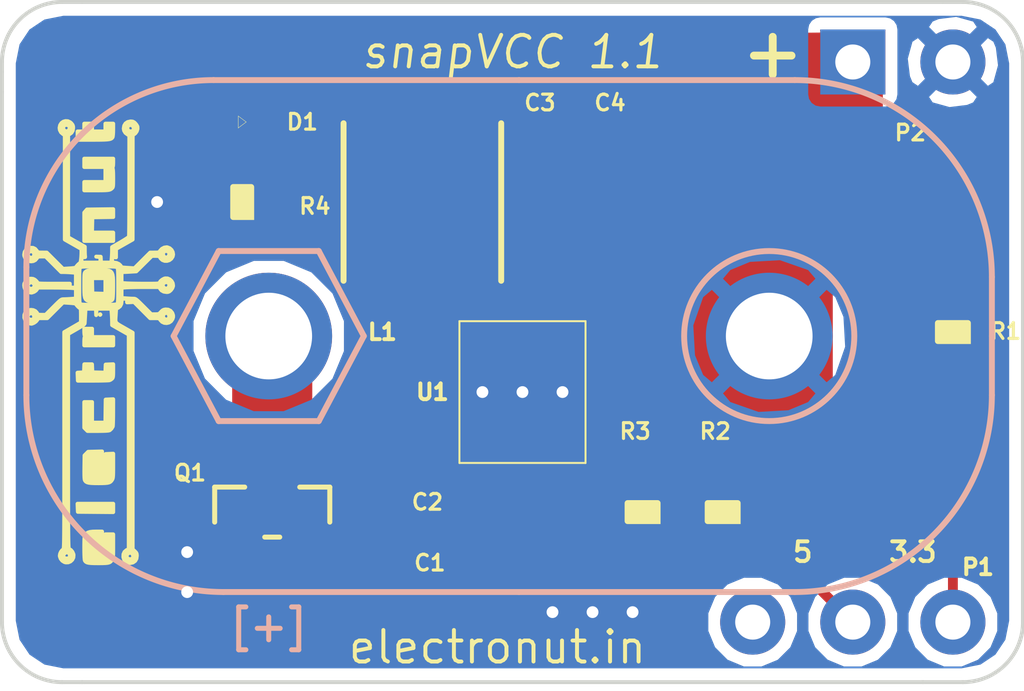
<source format=kicad_pcb>
(kicad_pcb (version 4) (host pcbnew 4.0.6)

  (general
    (links 34)
    (no_connects 0)
    (area 135.585999 96.114 162.259334 117.153)
    (thickness 1.6)
    (drawings 20)
    (tracks 57)
    (zones 0)
    (modules 25)
    (nets 11)
  )

  (page A4)
  (layers
    (0 F.Cu signal)
    (31 B.Cu signal)
    (32 B.Adhes user)
    (33 F.Adhes user)
    (34 B.Paste user)
    (35 F.Paste user)
    (36 B.SilkS user)
    (37 F.SilkS user)
    (38 B.Mask user)
    (39 F.Mask user)
    (40 Dwgs.User user hide)
    (41 Cmts.User user)
    (42 Eco1.User user)
    (43 Eco2.User user)
    (44 Edge.Cuts user)
    (45 Margin user)
    (46 B.CrtYd user)
    (47 F.CrtYd user)
    (48 B.Fab user)
    (49 F.Fab user)
  )

  (setup
    (last_trace_width 0.25)
    (trace_clearance 0.2)
    (zone_clearance 0.3)
    (zone_45_only no)
    (trace_min 0.2)
    (segment_width 0.2)
    (edge_width 0.1)
    (via_size 0.6)
    (via_drill 0.4)
    (via_min_size 0.4)
    (via_min_drill 0.3)
    (uvia_size 0.3)
    (uvia_drill 0.1)
    (uvias_allowed no)
    (uvia_min_size 0.2)
    (uvia_min_drill 0.1)
    (pcb_text_width 0.3)
    (pcb_text_size 1.5 1.5)
    (mod_edge_width 0.15)
    (mod_text_size 1 1)
    (mod_text_width 0.15)
    (pad_size 0.6 0.6)
    (pad_drill 0.3)
    (pad_to_mask_clearance 0)
    (aux_axis_origin 0 0)
    (visible_elements 7FFFFFFF)
    (pcbplotparams
      (layerselection 0x010f0_80000001)
      (usegerberextensions true)
      (excludeedgelayer true)
      (linewidth 0.100000)
      (plotframeref false)
      (viasonmask false)
      (mode 1)
      (useauxorigin false)
      (hpglpennumber 1)
      (hpglpenspeed 20)
      (hpglpendiameter 15)
      (hpglpenoverlay 2)
      (psnegative false)
      (psa4output false)
      (plotreference true)
      (plotvalue true)
      (plotinvisibletext false)
      (padsonsilk false)
      (subtractmaskfromsilk true)
      (outputformat 1)
      (mirror false)
      (drillshape 0)
      (scaleselection 1)
      (outputdirectory gerbers/))
  )

  (net 0 "")
  (net 1 "Net-(BT1-Pad1)")
  (net 2 GND)
  (net 3 "Net-(C1-Pad1)")
  (net 4 "Net-(C3-Pad1)")
  (net 5 "Net-(L1-Pad1)")
  (net 6 "Net-(P1-Pad3)")
  (net 7 "Net-(P1-Pad1)")
  (net 8 "Net-(P1-Pad2)")
  (net 9 "Net-(D1-Pad1)")
  (net 10 "Net-(U1-Pad1)")

  (net_class Default "This is the default net class."
    (clearance 0.2)
    (trace_width 0.25)
    (via_dia 0.6)
    (via_drill 0.4)
    (uvia_dia 0.3)
    (uvia_drill 0.1)
    (add_net GND)
    (add_net "Net-(BT1-Pad1)")
    (add_net "Net-(C1-Pad1)")
    (add_net "Net-(C3-Pad1)")
    (add_net "Net-(D1-Pad1)")
    (add_net "Net-(L1-Pad1)")
    (add_net "Net-(P1-Pad1)")
    (add_net "Net-(P1-Pad2)")
    (add_net "Net-(P1-Pad3)")
    (add_net "Net-(U1-Pad1)")
  )

  (net_class Thick ""
    (clearance 0.2)
    (trace_width 1)
    (via_dia 0.6)
    (via_drill 0.4)
    (uvia_dia 0.3)
    (uvia_drill 0.1)
  )

  (module snapVCC_lib:via (layer F.Cu) (tedit 56022A20) (tstamp 560BBE9D)
    (at 151.638 112.014)
    (fp_text reference via (at 0 -0.508) (layer F.SilkS) hide
      (effects (font (size 0.4 0.4) (thickness 0.08)))
    )
    (fp_text value VAL** (at 0 0.508) (layer F.SilkS) hide
      (effects (font (size 0.4 0.4) (thickness 0.08)))
    )
    (pad 1 thru_hole circle (at 0 0) (size 0.6 0.6) (drill 0.3) (layers *.Cu)
      (net 2 GND) (zone_connect 2))
  )

  (module snapVCC_lib:via (layer F.Cu) (tedit 56022A20) (tstamp 560BBE96)
    (at 150.622 112.014)
    (fp_text reference via (at 0 -0.508) (layer F.SilkS) hide
      (effects (font (size 0.4 0.4) (thickness 0.08)))
    )
    (fp_text value VAL** (at 0 0.508) (layer F.SilkS) hide
      (effects (font (size 0.4 0.4) (thickness 0.08)))
    )
    (pad 1 thru_hole circle (at 0 0) (size 0.6 0.6) (drill 0.3) (layers *.Cu)
      (net 2 GND) (zone_connect 2))
  )

  (module snapVCC_lib:via (layer F.Cu) (tedit 56022A20) (tstamp 560BAFFC)
    (at 140.335 111.506)
    (fp_text reference via (at 0 -0.508) (layer F.SilkS) hide
      (effects (font (size 0.4 0.4) (thickness 0.08)))
    )
    (fp_text value VAL** (at 0 0.508) (layer F.SilkS) hide
      (effects (font (size 0.4 0.4) (thickness 0.08)))
    )
    (pad 1 thru_hole circle (at 0 0) (size 0.6 0.6) (drill 0.3) (layers *.Cu)
      (net 2 GND) (zone_connect 2))
  )

  (module snapVCC_lib:via (layer F.Cu) (tedit 56022A20) (tstamp 560BA8DD)
    (at 149.606 112.014)
    (fp_text reference via (at 0 -0.508) (layer F.SilkS) hide
      (effects (font (size 0.4 0.4) (thickness 0.08)))
    )
    (fp_text value VAL** (at 0 0.508) (layer F.SilkS) hide
      (effects (font (size 0.4 0.4) (thickness 0.08)))
    )
    (pad 1 thru_hole circle (at 0 0) (size 0.6 0.6) (drill 0.3) (layers *.Cu)
      (net 2 GND) (zone_connect 2))
  )

  (module snapVCC_lib:via (layer F.Cu) (tedit 56022A20) (tstamp 560BA8CB)
    (at 149.86 106.426)
    (fp_text reference via (at 0 -0.508) (layer F.SilkS) hide
      (effects (font (size 0.4 0.4) (thickness 0.08)))
    )
    (fp_text value VAL** (at 0 0.508) (layer F.SilkS) hide
      (effects (font (size 0.4 0.4) (thickness 0.08)))
    )
    (pad 1 thru_hole circle (at 0 0) (size 0.6 0.6) (drill 0.3) (layers *.Cu)
      (net 2 GND) (zone_connect 2))
  )

  (module snapVCC_lib:via (layer F.Cu) (tedit 56022A20) (tstamp 560BA8C4)
    (at 147.828 106.426)
    (fp_text reference via (at 0 -0.508) (layer F.SilkS) hide
      (effects (font (size 0.4 0.4) (thickness 0.08)))
    )
    (fp_text value VAL** (at 0 0.508) (layer F.SilkS) hide
      (effects (font (size 0.4 0.4) (thickness 0.08)))
    )
    (pad 1 thru_hole circle (at 0 0) (size 0.6 0.6) (drill 0.3) (layers *.Cu)
      (net 2 GND) (zone_connect 2))
  )

  (module snapVCC_lib:via (layer F.Cu) (tedit 56022A20) (tstamp 5607CD0E)
    (at 148.844 106.426)
    (fp_text reference via (at 0 -0.508) (layer F.SilkS) hide
      (effects (font (size 0.4 0.4) (thickness 0.08)))
    )
    (fp_text value VAL** (at 0 0.508) (layer F.SilkS) hide
      (effects (font (size 0.4 0.4) (thickness 0.08)))
    )
    (pad 1 thru_hole circle (at 0 0) (size 0.6 0.6) (drill 0.3) (layers *.Cu)
      (net 2 GND) (zone_connect 2))
  )

  (module snapVCC_lib:via (layer F.Cu) (tedit 56022A20) (tstamp 5607CC96)
    (at 139.573 101.6)
    (fp_text reference via (at 0 -0.508) (layer F.SilkS) hide
      (effects (font (size 0.4 0.4) (thickness 0.08)))
    )
    (fp_text value VAL** (at 0 0.508) (layer F.SilkS) hide
      (effects (font (size 0.4 0.4) (thickness 0.08)))
    )
    (pad 1 thru_hole circle (at 0 0) (size 0.6 0.6) (drill 0.3) (layers *.Cu)
      (net 2 GND) (zone_connect 2))
  )

  (module snapVCC_lib:H2-2.54 (layer F.Cu) (tedit 5603564F) (tstamp 56021490)
    (at 158.496 98.044 90)
    (path /5601496D)
    (fp_text reference P2 (at -2.032 -0.254 360) (layer F.SilkS)
      (effects (font (size 0.4 0.4) (thickness 0.08)) (justify left bottom))
    )
    (fp_text value CONN_01X02 (at 1.65 -0.85 180) (layer F.SilkS) hide
      (effects (font (size 0.4 0.4) (thickness 0.08)) (justify right top))
    )
    (pad 1 thru_hole rect (at 0 -1.27 90) (size 1.651 1.651) (drill 0.889) (layers *.Cu *.Mask)
      (net 4 "Net-(C3-Pad1)"))
    (pad 2 thru_hole circle (at 0 1.27 90) (size 1.651 1.651) (drill 0.889) (layers *.Cu *.Mask)
      (net 2 GND))
  )

  (module snapVCC_lib:KEY967 (layer B.Cu) (tedit 56040D6C) (tstamp 5602145D)
    (at 148.7551 105.0036)
    (path /56012F4C)
    (fp_text reference BT1 (at 0.0489 -0.0464) (layer B.SilkS) hide
      (effects (font (size 0.4 0.4) (thickness 0.08)) (justify mirror))
    )
    (fp_text value "Battery Holder" (at -0.0011 0.7536) (layer B.SilkS) hide
      (effects (font (size 0.4 0.4) (thickness 0.08)) (justify mirror))
    )
    (fp_line (start -5.08 2.159) (end -3.937 0) (layer B.SilkS) (width 0.15))
    (fp_line (start -3.937 0) (end -5.08 -2.159) (layer B.SilkS) (width 0.15))
    (fp_line (start -7.62 2.159) (end -5.08 2.159) (layer B.SilkS) (width 0.15))
    (fp_line (start -7.62 -2.159) (end -5.08 -2.159) (layer B.SilkS) (width 0.15))
    (fp_line (start -7.62 2.159) (end -8.763 0) (layer B.SilkS) (width 0.15))
    (fp_line (start -8.763 0) (end -7.62 -2.159) (layer B.SilkS) (width 0.15))
    (fp_circle (center 6.35 0) (end 4.191 0) (layer B.SilkS) (width 0.15))
    (fp_arc (start 7 -1.5) (end 12 -1.5) (angle -90) (layer B.SilkS) (width 0.15))
    (fp_arc (start 7 1.5) (end 7 6.5) (angle -90) (layer B.SilkS) (width 0.15))
    (fp_line (start 12 0) (end 12 1.5) (layer B.SilkS) (width 0.15))
    (fp_line (start 12 0) (end 12 -1.5) (layer B.SilkS) (width 0.15))
    (fp_line (start 0 6.5) (end 7 6.5) (layer B.SilkS) (width 0.15))
    (fp_line (start 0 -6.5) (end 7 -6.5) (layer B.SilkS) (width 0.15))
    (fp_line (start -7.75 -6.5) (end 0 -6.5) (layer B.SilkS) (width 0.15))
    (fp_arc (start -7.75 -1.75) (end -7.75 -6.5) (angle -90) (layer B.SilkS) (width 0.15))
    (fp_line (start -12.5 1.5) (end -12.5 -1.75) (layer B.SilkS) (width 0.15))
    (fp_arc (start -7.5 1.5) (end -12.5 1.5) (angle -90) (layer B.SilkS) (width 0.15))
    (fp_line (start 0 6.5) (end -7.5 6.5) (layer B.SilkS) (width 0.15))
    (fp_text user [+] (at -6.35 7.366) (layer B.SilkS)
      (effects (font (size 0.762 0.762) (thickness 0.127)) (justify mirror))
    )
    (pad 1 thru_hole circle (at -6.35 0) (size 3.216 3.216) (drill 2.2) (layers *.Cu *.Mask)
      (net 1 "Net-(BT1-Pad1)"))
    (pad 2 thru_hole circle (at 6.35 0) (size 3.216 3.216) (drill 2.2) (layers *.Cu *.Mask)
      (net 2 GND))
  )

  (module snapVCC_lib:0603-CAP (layer F.Cu) (tedit 560253C7) (tstamp 56021463)
    (at 148.59 110.744)
    (path /56013D58)
    (fp_text reference C1 (at -2.54 0.254) (layer F.SilkS)
      (effects (font (size 0.4 0.4) (thickness 0.08)) (justify left bottom))
    )
    (fp_text value 10uF (at -1.016 1.143) (layer F.SilkS) hide
      (effects (font (size 0.4 0.4) (thickness 0.08)) (justify left bottom))
    )
    (fp_poly (pts (xy -0.8382 0.4699) (xy -0.3381 0.4699) (xy -0.3381 -0.4801) (xy -0.8382 -0.4801)) (layer Dwgs.User) (width 0.15))
    (fp_poly (pts (xy 0.3302 0.4699) (xy 0.8303 0.4699) (xy 0.8303 -0.4801) (xy 0.3302 -0.4801)) (layer Dwgs.User) (width 0.15))
    (fp_poly (pts (xy -0.1999 0.3) (xy 0.1999 0.3) (xy 0.1999 -0.3) (xy -0.1999 -0.3)) (layer F.Adhes) (width 0.15))
    (pad 1 smd rect (at -0.85 0) (size 1.1 1) (layers F.Cu F.Paste F.Mask)
      (net 3 "Net-(C1-Pad1)"))
    (pad 2 smd rect (at 0.85 0) (size 1.1 1) (layers F.Cu F.Paste F.Mask)
      (net 2 GND))
  )

  (module snapVCC_lib:0603-CAP (layer F.Cu) (tedit 56024B17) (tstamp 5602146F)
    (at 149.352 101.346 270)
    (path /56013DB4)
    (fp_text reference C3 (at -2.032 0.508 540) (layer F.SilkS)
      (effects (font (size 0.4 0.4) (thickness 0.08)) (justify left bottom))
    )
    (fp_text value 10uF (at -1.016 1.143 270) (layer F.SilkS) hide
      (effects (font (size 0.4 0.4) (thickness 0.08)) (justify left bottom))
    )
    (fp_poly (pts (xy -0.8382 0.4699) (xy -0.3381 0.4699) (xy -0.3381 -0.4801) (xy -0.8382 -0.4801)) (layer Dwgs.User) (width 0.15))
    (fp_poly (pts (xy 0.3302 0.4699) (xy 0.8303 0.4699) (xy 0.8303 -0.4801) (xy 0.3302 -0.4801)) (layer Dwgs.User) (width 0.15))
    (fp_poly (pts (xy -0.1999 0.3) (xy 0.1999 0.3) (xy 0.1999 -0.3) (xy -0.1999 -0.3)) (layer F.Adhes) (width 0.15))
    (pad 1 smd rect (at -0.85 0 270) (size 1.1 1) (layers F.Cu F.Paste F.Mask)
      (net 4 "Net-(C3-Pad1)"))
    (pad 2 smd rect (at 0.85 0 270) (size 1.1 1) (layers F.Cu F.Paste F.Mask)
      (net 2 GND))
  )

  (module snapVCC_lib:0603-CAP (layer F.Cu) (tedit 560253F3) (tstamp 56021475)
    (at 151.13 101.346 270)
    (path /56013DDC)
    (fp_text reference C4 (at -2.032 0.508 360) (layer F.SilkS)
      (effects (font (size 0.4 0.4) (thickness 0.08)) (justify left bottom))
    )
    (fp_text value 10uF (at -1.016 1.143 270) (layer F.SilkS) hide
      (effects (font (size 0.4 0.4) (thickness 0.08)) (justify left bottom))
    )
    (fp_poly (pts (xy -0.8382 0.4699) (xy -0.3381 0.4699) (xy -0.3381 -0.4801) (xy -0.8382 -0.4801)) (layer Dwgs.User) (width 0.15))
    (fp_poly (pts (xy 0.3302 0.4699) (xy 0.8303 0.4699) (xy 0.8303 -0.4801) (xy 0.3302 -0.4801)) (layer Dwgs.User) (width 0.15))
    (fp_poly (pts (xy -0.1999 0.3) (xy 0.1999 0.3) (xy 0.1999 -0.3) (xy -0.1999 -0.3)) (layer F.Adhes) (width 0.15))
    (pad 1 smd rect (at -0.85 0 270) (size 1.1 1) (layers F.Cu F.Paste F.Mask)
      (net 4 "Net-(C3-Pad1)"))
    (pad 2 smd rect (at 0.85 0 270) (size 1.1 1) (layers F.Cu F.Paste F.Mask)
      (net 2 GND))
  )

  (module snapVCC_lib:L-4mm (layer F.Cu) (tedit 560BA69A) (tstamp 56021483)
    (at 146.304 101.6 90)
    (path /56013F11)
    (fp_text reference L1 (at -3.302 -1.016 180) (layer F.SilkS)
      (effects (font (size 0.4 0.4) (thickness 0.1)))
    )
    (fp_text value 10uH (at 0 -3.81 90) (layer F.Fab) hide
      (effects (font (size 1 1) (thickness 0.15)))
    )
    (fp_line (start -2 2) (end 2 2) (layer F.SilkS) (width 0.15))
    (fp_line (start -2 -2) (end 2 -2) (layer F.SilkS) (width 0.15))
    (pad 1 smd rect (at -2 0 90) (size 1.2 3.7) (layers F.Cu F.Paste F.Mask)
      (net 5 "Net-(L1-Pad1)"))
    (pad 2 smd rect (at 2 0 90) (size 1.2 3.7) (layers F.Cu F.Paste F.Mask)
      (net 4 "Net-(C3-Pad1)"))
  )

  (module snapVCC_lib:SOT23 (layer F.Cu) (tedit 56024759) (tstamp 56021497)
    (at 142.494 109.474)
    (descr <b>SOT23</b>)
    (path /56012F07)
    (fp_text reference Q1 (at -2.54 -0.762) (layer F.SilkS)
      (effects (font (size 0.4 0.4) (thickness 0.08)) (justify left bottom))
    )
    (fp_text value IRLML9301TRPbF (at -0.508 0.254) (layer F.SilkS) hide
      (effects (font (size 0.4 0.4) (thickness 0.08)) (justify left bottom))
    )
    (fp_line (start -0.1905 0.635) (end 0.1905 0.635) (layer F.SilkS) (width 0.127))
    (fp_line (start 1.4605 0.254) (end 1.4605 -0.635) (layer F.SilkS) (width 0.127))
    (fp_line (start 1.4605 -0.635) (end 0.6985 -0.635) (layer F.SilkS) (width 0.127))
    (fp_line (start -0.6985 -0.635) (end -1.4605 -0.635) (layer F.SilkS) (width 0.127))
    (fp_line (start -1.4605 -0.635) (end -1.4605 0.254) (layer F.SilkS) (width 0.127))
    (fp_poly (pts (xy -0.2286 -0.7112) (xy 0.2286 -0.7112) (xy 0.2286 -1.2954) (xy -0.2286 -1.2954)) (layer Dwgs.User) (width 0.15))
    (fp_poly (pts (xy 0.7112 1.2954) (xy 1.1684 1.2954) (xy 1.1684 0.7112) (xy 0.7112 0.7112)) (layer Dwgs.User) (width 0.15))
    (fp_poly (pts (xy -1.1684 1.2954) (xy -0.7112 1.2954) (xy -0.7112 0.7112) (xy -1.1684 0.7112)) (layer Dwgs.User) (width 0.15))
    (pad 3 smd rect (at 0 -1.016) (size 1.016 1.143) (layers F.Cu F.Paste F.Mask)
      (net 1 "Net-(BT1-Pad1)"))
    (pad 2 smd rect (at 0.889 1.016) (size 1.016 1.143) (layers F.Cu F.Paste F.Mask)
      (net 3 "Net-(C1-Pad1)"))
    (pad 1 smd rect (at -0.889 1.016 180) (size 1.016 1.143) (layers F.Cu F.Paste F.Mask)
      (net 2 GND))
  )

  (module snapVCC_lib:0603-RES (layer F.Cu) (tedit 560253E6) (tstamp 5602149D)
    (at 159.766 104.902 270)
    (path /56013E03)
    (fp_text reference R1 (at -0.254 -1.778 360) (layer F.SilkS)
      (effects (font (size 0.4 0.4) (thickness 0.08)) (justify right top))
    )
    (fp_text value 62k (at 0.4 -1.05 270) (layer F.SilkS) hide
      (effects (font (size 0.4 0.4) (thickness 0.08)) (justify right top))
    )
    (fp_poly (pts (xy -0.8382 0.4699) (xy -0.3381 0.4699) (xy -0.3381 -0.4801) (xy -0.8382 -0.4801)) (layer Dwgs.User) (width 0.15))
    (fp_poly (pts (xy 0.3302 0.4699) (xy 0.8303 0.4699) (xy 0.8303 -0.4801) (xy 0.3302 -0.4801)) (layer Dwgs.User) (width 0.15))
    (fp_poly (pts (xy -0.1999 0.3) (xy 0.1999 0.3) (xy 0.1999 -0.3) (xy -0.1999 -0.3)) (layer F.Adhes) (width 0.15))
    (fp_poly (pts (xy -0.2286 0.381) (xy 0.2286 0.381) (xy 0.2286 -0.381) (xy -0.2286 -0.381)) (layer F.SilkS) (width 0.15))
    (pad 1 smd rect (at -0.85 0 270) (size 1.1 1) (layers F.Cu F.Paste F.Mask)
      (net 4 "Net-(C3-Pad1)"))
    (pad 2 smd rect (at 0.85 0 270) (size 1.1 1) (layers F.Cu F.Paste F.Mask)
      (net 6 "Net-(P1-Pad3)"))
  )

  (module snapVCC_lib:0603-RES (layer F.Cu) (tedit 560253D9) (tstamp 560214A3)
    (at 153.924 109.474 270)
    (path /56013E3C)
    (fp_text reference R2 (at -2.286 -0.254 360) (layer F.SilkS)
      (effects (font (size 0.4 0.4) (thickness 0.08)) (justify right top))
    )
    (fp_text value 43k (at 0.4 -1.05 270) (layer F.SilkS) hide
      (effects (font (size 0.4 0.4) (thickness 0.08)) (justify right top))
    )
    (fp_poly (pts (xy -0.8382 0.4699) (xy -0.3381 0.4699) (xy -0.3381 -0.4801) (xy -0.8382 -0.4801)) (layer Dwgs.User) (width 0.15))
    (fp_poly (pts (xy 0.3302 0.4699) (xy 0.8303 0.4699) (xy 0.8303 -0.4801) (xy 0.3302 -0.4801)) (layer Dwgs.User) (width 0.15))
    (fp_poly (pts (xy -0.1999 0.3) (xy 0.1999 0.3) (xy 0.1999 -0.3) (xy -0.1999 -0.3)) (layer F.Adhes) (width 0.15))
    (fp_poly (pts (xy -0.2286 0.381) (xy 0.2286 0.381) (xy 0.2286 -0.381) (xy -0.2286 -0.381)) (layer F.SilkS) (width 0.15))
    (pad 1 smd rect (at -0.85 0 270) (size 1.1 1) (layers F.Cu F.Paste F.Mask)
      (net 6 "Net-(P1-Pad3)"))
    (pad 2 smd rect (at 0.85 0 270) (size 1.1 1) (layers F.Cu F.Paste F.Mask)
      (net 8 "Net-(P1-Pad2)"))
  )

  (module snapVCC_lib:0603-RES (layer F.Cu) (tedit 560253D1) (tstamp 560214A9)
    (at 151.892 109.474 270)
    (path /56013E65)
    (fp_text reference R3 (at -2.286 -0.254 360) (layer F.SilkS)
      (effects (font (size 0.4 0.4) (thickness 0.08)) (justify right top))
    )
    (fp_text value 20k (at 0.4 -1.05 270) (layer F.SilkS) hide
      (effects (font (size 0.4 0.4) (thickness 0.08)) (justify right top))
    )
    (fp_poly (pts (xy -0.8382 0.4699) (xy -0.3381 0.4699) (xy -0.3381 -0.4801) (xy -0.8382 -0.4801)) (layer Dwgs.User) (width 0.15))
    (fp_poly (pts (xy 0.3302 0.4699) (xy 0.8303 0.4699) (xy 0.8303 -0.4801) (xy 0.3302 -0.4801)) (layer Dwgs.User) (width 0.15))
    (fp_poly (pts (xy -0.1999 0.3) (xy 0.1999 0.3) (xy 0.1999 -0.3) (xy -0.1999 -0.3)) (layer F.Adhes) (width 0.15))
    (fp_poly (pts (xy -0.2286 0.381) (xy 0.2286 0.381) (xy 0.2286 -0.381) (xy -0.2286 -0.381)) (layer F.SilkS) (width 0.15))
    (pad 1 smd rect (at -0.85 0 270) (size 1.1 1) (layers F.Cu F.Paste F.Mask)
      (net 8 "Net-(P1-Pad2)"))
    (pad 2 smd rect (at 0.85 0 270) (size 1.1 1) (layers F.Cu F.Paste F.Mask)
      (net 2 GND))
  )

  (module snapVCC_lib:via (layer F.Cu) (tedit 56022A20) (tstamp 56022995)
    (at 140.335 110.49)
    (fp_text reference via (at 0 -0.508) (layer F.SilkS) hide
      (effects (font (size 0.4 0.4) (thickness 0.08)))
    )
    (fp_text value VAL** (at 0 0.508) (layer F.SilkS) hide
      (effects (font (size 0.4 0.4) (thickness 0.08)))
    )
    (pad 1 thru_hole circle (at 0 0) (size 0.6 0.6) (drill 0.3) (layers *.Cu)
      (net 2 GND) (zone_connect 2))
  )

  (module snapVCC_lib:logo-12mm (layer F.Cu) (tedit 0) (tstamp 56024A73)
    (at 138.049 105.156 90)
    (fp_text reference G*** (at 0 0 90) (layer F.SilkS) hide
      (effects (font (thickness 0.3)))
    )
    (fp_text value LOGO (at 0.75 0 90) (layer F.SilkS) hide
      (effects (font (thickness 0.3)))
    )
    (fp_poly (pts (xy 5.611578 -0.801058) (xy 5.607527 -0.741239) (xy 5.580553 -0.683352) (xy 5.553418 -0.652639)
      (xy 5.515545 -0.622962) (xy 5.515545 -0.794409) (xy 5.500017 -0.833232) (xy 5.49527 -0.838603)
      (xy 5.458356 -0.858239) (xy 5.415359 -0.858086) (xy 5.378415 -0.839035) (xy 5.370078 -0.829416)
      (xy 5.350044 -0.784561) (xy 5.357407 -0.744219) (xy 5.376333 -0.719666) (xy 5.417545 -0.695074)
      (xy 5.461453 -0.696635) (xy 5.491639 -0.714798) (xy 5.51262 -0.750458) (xy 5.515545 -0.794409)
      (xy 5.515545 -0.622962) (xy 5.514765 -0.62235) (xy 5.47725 -0.609133) (xy 5.439544 -0.606778)
      (xy 5.368221 -0.618019) (xy 5.313955 -0.651692) (xy 5.283527 -0.69354) (xy 5.262719 -0.733778)
      (xy 3.961287 -0.733778) (xy 2.659854 -0.733778) (xy 2.539954 -0.522585) (xy 2.420055 -0.311393)
      (xy 2.304793 -0.310919) (xy 2.24855 -0.309819) (xy 2.202041 -0.307322) (xy 2.173455 -0.303914)
      (xy 2.169991 -0.302947) (xy 2.157398 -0.304383) (xy 2.154552 -0.325755) (xy 2.15627 -0.34528)
      (xy 2.162087 -0.395111) (xy 2.089988 -0.395111) (xy 2.017889 -0.395111) (xy 2.017889 -0.155222)
      (xy 2.017889 0.084667) (xy 2.087592 0.084667) (xy 2.157296 0.084667) (xy 2.163358 0.03175)
      (xy 2.16942 -0.021166) (xy 2.167738 0.035278) (xy 2.166055 0.091722) (xy 2.091972 0.095988)
      (xy 2.017889 0.100253) (xy 2.017889 0.2315) (xy 2.017889 0.362748) (xy 2.125851 0.371874)
      (xy 2.194388 0.376588) (xy 2.266698 0.379885) (xy 2.322023 0.381) (xy 2.410232 0.381)
      (xy 2.531622 0.591181) (xy 2.572803 0.660805) (xy 2.61066 0.721704) (xy 2.642428 0.769668)
      (xy 2.665341 0.800484) (xy 2.675271 0.809903) (xy 2.692375 0.811158) (xy 2.735667 0.812358)
      (xy 2.803114 0.813488) (xy 2.892682 0.814536) (xy 3.002339 0.815489) (xy 3.13005 0.816332)
      (xy 3.273781 0.817053) (xy 3.4315 0.817638) (xy 3.601173 0.818074) (xy 3.780766 0.818347)
      (xy 3.968245 0.818445) (xy 3.973069 0.818445) (xy 5.248608 0.818445) (xy 5.269855 0.777357)
      (xy 5.312526 0.720638) (xy 5.368333 0.686504) (xy 5.42127 0.677334) (xy 5.493927 0.68895)
      (xy 5.549578 0.722418) (xy 5.586186 0.775662) (xy 5.601712 0.846607) (xy 5.602111 0.861488)
      (xy 5.597499 0.905014) (xy 5.57956 0.939817) (xy 5.554965 0.967191) (xy 5.517395 0.998351)
      (xy 5.513449 1.00063) (xy 5.513449 0.851769) (xy 5.505963 0.812317) (xy 5.481356 0.782126)
      (xy 5.445149 0.766719) (xy 5.402865 0.77162) (xy 5.384482 0.781153) (xy 5.3549 0.815581)
      (xy 5.348675 0.861089) (xy 5.362718 0.904039) (xy 5.388951 0.926965) (xy 5.426948 0.932853)
      (xy 5.466508 0.922386) (xy 5.497429 0.896248) (xy 5.498292 0.894962) (xy 5.513449 0.851769)
      (xy 5.513449 1.00063) (xy 5.479306 1.020352) (xy 5.467674 1.024412) (xy 5.411425 1.025695)
      (xy 5.352942 1.006846) (xy 5.30353 0.972498) (xy 5.284838 0.949516) (xy 5.256389 0.904198)
      (xy 3.929944 0.90318) (xy 2.6035 0.902163) (xy 2.483601 0.69097) (xy 2.363701 0.479778)
      (xy 2.257128 0.479778) (xy 2.150556 0.479778) (xy 2.156322 0.430389) (xy 2.162087 0.381)
      (xy 2.089988 0.381) (xy 2.017889 0.381) (xy 2.017889 0.431784) (xy 2.008249 0.494495)
      (xy 1.982497 0.55106) (xy 1.945388 0.59209) (xy 1.932734 0.599975) (xy 1.919111 0.607894)
      (xy 1.919111 0.044785) (xy 1.918975 -0.080563) (xy 1.91847 -0.180708) (xy 1.917443 -0.258666)
      (xy 1.915747 -0.317455) (xy 1.913231 -0.360092) (xy 1.909745 -0.389596) (xy 1.90514 -0.408983)
      (xy 1.899266 -0.42127) (xy 1.895757 -0.42575) (xy 1.887505 -0.433011) (xy 1.875303 -0.438772)
      (xy 1.862666 -0.441687) (xy 1.862666 -0.612646) (xy 1.862666 -0.613833) (xy 1.861956 -0.658202)
      (xy 1.857297 -0.681296) (xy 1.844902 -0.690061) (xy 1.82098 -0.691444) (xy 1.820333 -0.691444)
      (xy 1.796132 -0.690141) (xy 1.783535 -0.6816) (xy 1.778754 -0.658875) (xy 1.778 -0.61502)
      (xy 1.778 -0.613833) (xy 1.778711 -0.569464) (xy 1.783369 -0.54637) (xy 1.795765 -0.537605)
      (xy 1.819686 -0.536222) (xy 1.820333 -0.536222) (xy 1.844534 -0.537525) (xy 1.857131 -0.546066)
      (xy 1.861912 -0.568791) (xy 1.862666 -0.612646) (xy 1.862666 -0.441687) (xy 1.85608 -0.443206)
      (xy 1.826765 -0.446484) (xy 1.784287 -0.448778) (xy 1.725574 -0.450261) (xy 1.647555 -0.451103)
      (xy 1.547159 -0.451477) (xy 1.434729 -0.451555) (xy 1.310452 -0.451417) (xy 1.211352 -0.450898)
      (xy 1.134386 -0.449847) (xy 1.086555 -0.448412) (xy 1.086555 -0.612646) (xy 1.086555 -0.613833)
      (xy 1.085844 -0.658202) (xy 1.081186 -0.681296) (xy 1.06879 -0.690061) (xy 1.044869 -0.691444)
      (xy 1.044222 -0.691444) (xy 1.020021 -0.690141) (xy 1.007424 -0.6816) (xy 1.002643 -0.658875)
      (xy 1.001889 -0.61502) (xy 1.001889 -0.613833) (xy 1.002599 -0.569464) (xy 1.007258 -0.54637)
      (xy 1.019653 -0.537605) (xy 1.043575 -0.536222) (xy 1.044222 -0.536222) (xy 1.068423 -0.537525)
      (xy 1.08102 -0.546066) (xy 1.085801 -0.568791) (xy 1.086555 -0.612646) (xy 1.086555 -0.448412)
      (xy 1.07651 -0.44811) (xy 1.03468 -0.445532) (xy 1.005851 -0.441962) (xy 0.986981 -0.437245)
      (xy 0.975025 -0.431229) (xy 0.97125 -0.428202) (xy 0.964041 -0.420013) (xy 0.95831 -0.407903)
      (xy 0.953887 -0.388828) (xy 0.950606 -0.359741) (xy 0.948298 -0.3176) (xy 0.946796 -0.25936)
      (xy 0.945931 -0.181975) (xy 0.945537 -0.082402) (xy 0.945444 0.039882) (xy 0.94558 0.16523)
      (xy 0.946085 0.265375) (xy 0.947112 0.343333) (xy 0.948808 0.402122) (xy 0.951324 0.444759)
      (xy 0.95481 0.474263) (xy 0.959415 0.49365) (xy 0.965289 0.505937) (xy 0.968798 0.510417)
      (xy 0.97705 0.517678) (xy 0.989252 0.523439) (xy 1.008475 0.527873) (xy 1.03779 0.531151)
      (xy 1.080268 0.533445) (xy 1.138981 0.534928) (xy 1.217 0.53577) (xy 1.317396 0.536144)
      (xy 1.429826 0.536222) (xy 1.554103 0.536084) (xy 1.653203 0.535565) (xy 1.730169 0.534514)
      (xy 1.788045 0.532777) (xy 1.829875 0.530199) (xy 1.858704 0.526629) (xy 1.877574 0.521912)
      (xy 1.88953 0.515896) (xy 1.893305 0.512869) (xy 1.900514 0.50468) (xy 1.906245 0.49257)
      (xy 1.910668 0.473495) (xy 1.913949 0.444408) (xy 1.916257 0.402267) (xy 1.917759 0.344027)
      (xy 1.918624 0.266642) (xy 1.919018 0.167069) (xy 1.919111 0.044785) (xy 1.919111 0.607894)
      (xy 1.916007 0.609699) (xy 1.904518 0.621946) (xy 1.896834 0.642085) (xy 1.89152 0.675484)
      (xy 1.887141 0.72751) (xy 1.883459 0.784356) (xy 1.876778 0.891281) (xy 1.876778 0.691445)
      (xy 1.875853 0.649677) (xy 1.870166 0.62885) (xy 1.855349 0.621681) (xy 1.834444 0.620889)
      (xy 1.809384 0.622431) (xy 1.796887 0.631908) (xy 1.792586 0.656603) (xy 1.792111 0.691445)
      (xy 1.793036 0.733212) (xy 1.798722 0.75404) (xy 1.813539 0.761208) (xy 1.834444 0.762)
      (xy 1.859504 0.760459) (xy 1.872001 0.750981) (xy 1.876302 0.726287) (xy 1.876778 0.691445)
      (xy 1.876778 0.891281) (xy 1.873199 0.948562) (xy 2.072544 1.148263) (xy 2.271889 1.347964)
      (xy 2.272432 1.460677) (xy 2.273159 1.516957) (xy 2.276241 1.552256) (xy 2.284036 1.573812)
      (xy 2.298899 1.588866) (xy 2.318293 1.601611) (xy 2.366745 1.645996) (xy 2.397808 1.703751)
      (xy 2.40723 1.76589) (xy 2.405049 1.784867) (xy 2.381409 1.843668) (xy 2.338869 1.889963)
      (xy 2.312664 1.904288) (xy 2.312664 1.73694) (xy 2.300081 1.701189) (xy 2.292303 1.692709)
      (xy 2.251764 1.674112) (xy 2.208794 1.676706) (xy 2.17165 1.697008) (xy 2.148584 1.731537)
      (xy 2.144889 1.754892) (xy 2.156957 1.793802) (xy 2.18736 1.821234) (xy 2.227392 1.833793)
      (xy 2.268346 1.828085) (xy 2.292047 1.81227) (xy 2.309976 1.778434) (xy 2.312664 1.73694)
      (xy 2.312664 1.904288) (xy 2.284108 1.9199) (xy 2.223803 1.92963) (xy 2.17259 1.918896)
      (xy 2.1168 1.883) (xy 2.079464 1.833085) (xy 2.06107 1.775217) (xy 2.062106 1.715459)
      (xy 2.08306 1.659878) (xy 2.124419 1.61454) (xy 2.146984 1.600528) (xy 2.168473 1.587538)
      (xy 2.180533 1.571421) (xy 2.185872 1.544398) (xy 2.187199 1.498692) (xy 2.187222 1.485009)
      (xy 2.187222 1.390298) (xy 1.991218 1.192566) (xy 1.795214 0.994834) (xy 1.786764 0.853722)
      (xy 1.783081 0.787912) (xy 1.780175 0.727813) (xy 1.778452 0.682255) (xy 1.778157 0.66675)
      (xy 1.778 0.620889) (xy 1.63898 0.620889) (xy 1.499961 0.620889) (xy 1.490898 0.737306)
      (xy 1.488361 0.784352) (xy 1.486091 0.854116) (xy 1.484193 0.941093) (xy 1.482773 1.039781)
      (xy 1.481935 1.144675) (xy 1.481751 1.216133) (xy 1.481815 1.326617) (xy 1.482226 1.412168)
      (xy 1.48323 1.476073) (xy 1.485069 1.521622) (xy 1.487987 1.552103) (xy 1.492229 1.570804)
      (xy 1.498038 1.581013) (xy 1.505657 1.58602) (xy 1.509269 1.587303) (xy 1.545568 1.610279)
      (xy 1.580852 1.65084) (xy 1.607618 1.699107) (xy 1.616681 1.728762) (xy 1.614921 1.78912)
      (xy 1.590381 1.844652) (xy 1.5485 1.890013) (xy 1.522132 1.904646) (xy 1.522132 1.775075)
      (xy 1.520681 1.733721) (xy 1.501111 1.696364) (xy 1.481666 1.681971) (xy 1.481666 0.691445)
      (xy 1.480742 0.649677) (xy 1.475055 0.62885) (xy 1.460238 0.621681) (xy 1.439333 0.620889)
      (xy 1.414273 0.622431) (xy 1.401776 0.631908) (xy 1.397475 0.656603) (xy 1.397 0.691445)
      (xy 1.397925 0.733212) (xy 1.403611 0.75404) (xy 1.418428 0.761208) (xy 1.439333 0.762)
      (xy 1.464393 0.760459) (xy 1.47689 0.750981) (xy 1.481191 0.726287) (xy 1.481666 0.691445)
      (xy 1.481666 1.681971) (xy 1.467057 1.671159) (xy 1.436193 1.665111) (xy 1.403072 1.677079)
      (xy 1.373033 1.706022) (xy 1.355853 1.741496) (xy 1.354666 1.752195) (xy 1.366698 1.792626)
      (xy 1.397056 1.821108) (xy 1.437136 1.834128) (xy 1.478332 1.828173) (xy 1.501825 1.81227)
      (xy 1.522132 1.775075) (xy 1.522132 1.904646) (xy 1.494717 1.919861) (xy 1.43447 1.92885)
      (xy 1.415378 1.926575) (xy 1.366493 1.907359) (xy 1.319181 1.872299) (xy 1.316865 1.870021)
      (xy 1.285611 1.83294) (xy 1.272149 1.796847) (xy 1.27 1.764599) (xy 1.280852 1.692962)
      (xy 1.311818 1.636151) (xy 1.354905 1.601488) (xy 1.397 1.57972) (xy 1.396915 1.216721)
      (xy 1.39653 1.110677) (xy 1.395492 1.007137) (xy 1.393907 0.911597) (xy 1.391879 0.829553)
      (xy 1.389514 0.766501) (xy 1.387768 0.737306) (xy 1.378706 0.620889) (xy 1.248833 0.620889)
      (xy 1.118961 0.620889) (xy 1.109898 0.737306) (xy 1.105496 0.801748) (xy 1.102248 0.8643)
      (xy 1.100779 0.912672) (xy 1.100751 0.917411) (xy 1.100187 0.939685) (xy 1.09683 0.959142)
      (xy 1.088077 0.979215) (xy 1.071329 1.003337) (xy 1.043987 1.034939) (xy 1.003449 1.077453)
      (xy 0.947116 1.134311) (xy 0.903111 1.178278) (xy 0.705555 1.375455) (xy 0.705555 1.472505)
      (xy 0.706286 1.524311) (xy 0.710969 1.557488) (xy 0.723341 1.581628) (xy 0.747138 1.606323)
      (xy 0.763346 1.620861) (xy 0.799779 1.657431) (xy 0.818909 1.6911) (xy 0.827427 1.73382)
      (xy 0.82762 1.735667) (xy 0.822281 1.8049) (xy 0.793175 1.863016) (xy 0.743072 1.90514)
      (xy 0.742625 1.905354) (xy 0.742625 1.7554) (xy 0.736921 1.729407) (xy 0.728228 1.714819)
      (xy 0.692615 1.679713) (xy 0.651173 1.670801) (xy 0.614212 1.684732) (xy 0.5789 1.720459)
      (xy 0.570357 1.762087) (xy 0.585291 1.800659) (xy 0.607343 1.824897) (xy 0.637001 1.832598)
      (xy 0.660444 1.831718) (xy 0.700331 1.823044) (xy 0.724196 1.800899) (xy 0.73128 1.787832)
      (xy 0.742625 1.7554) (xy 0.742625 1.905354) (xy 0.726866 1.912905) (xy 0.675592 1.929544)
      (xy 0.632023 1.929206) (xy 0.582361 1.912301) (xy 0.529735 1.875885) (xy 0.49632 1.824963)
      (xy 0.482451 1.766011) (xy 0.488462 1.705504) (xy 0.514689 1.649917) (xy 0.561465 1.605725)
      (xy 0.566357 1.602726) (xy 0.58626 1.589582) (xy 0.598252 1.574515) (xy 0.604335 1.550611)
      (xy 0.606508 1.510952) (xy 0.606778 1.463048) (xy 0.606778 1.347246) (xy 0.812148 1.142818)
      (xy 1.017519 0.938389) (xy 1.013231 0.850165) (xy 1.008944 0.761941) (xy 1.054805 0.761971)
      (xy 1.081931 0.760706) (xy 1.095467 0.752014) (xy 1.100137 0.728617) (xy 1.100666 0.691331)
      (xy 1.100666 0.620661) (xy 1.040636 0.622932) (xy 0.969042 0.61426) (xy 0.911148 0.583988)
      (xy 0.871334 0.534462) (xy 0.869816 0.531353) (xy 0.846827 0.482906) (xy 0.846666 0.482896)
      (xy 0.846666 0.423981) (xy 0.846666 0.423334) (xy 0.845363 0.399132) (xy 0.836822 0.386536)
      (xy 0.814098 0.381755) (xy 0.770242 0.381) (xy 0.769055 0.381) (xy 0.724686 0.381711)
      (xy 0.701592 0.38637) (xy 0.692827 0.398765) (xy 0.691444 0.422686) (xy 0.691444 0.423334)
      (xy 0.692747 0.447535) (xy 0.701288 0.460131) (xy 0.724013 0.464912) (xy 0.767868 0.465667)
      (xy 0.769055 0.465667) (xy 0.813424 0.464956) (xy 0.836518 0.460297) (xy 0.845283 0.447902)
      (xy 0.846666 0.423981) (xy 0.846666 0.482896) (xy 0.674704 0.472564) (xy 0.613069 0.468329)
      (xy 0.566397 0.465986) (xy 0.530764 0.468388) (xy 0.502245 0.478385) (xy 0.476915 0.498829)
      (xy 0.45085 0.532573) (xy 0.420125 0.582466) (xy 0.380815 0.651361) (xy 0.347164 0.710543)
      (xy 0.236892 0.903111) (xy -2.513086 0.903111) (xy -5.263065 0.903111) (xy -5.311559 0.956028)
      (xy -5.344514 0.98841) (xy -5.351481 0.992126) (xy -5.351481 0.856829) (xy -5.352977 0.814003)
      (xy -5.376334 0.776111) (xy -5.415119 0.752002) (xy -5.45358 0.751166) (xy -5.48666 0.769052)
      (xy -5.5093 0.801112) (xy -5.516445 0.842795) (xy -5.503038 0.889551) (xy -5.502837 0.889928)
      (xy -5.477555 0.910684) (xy -5.438911 0.917071) (xy -5.398034 0.908748) (xy -5.373917 0.893869)
      (xy -5.351481 0.856829) (xy -5.351481 0.992126) (xy -5.37377 1.004017) (xy -5.412417 1.008757)
      (xy -5.428787 1.008945) (xy -5.502071 0.998299) (xy -5.557306 0.966113) (xy -5.595113 0.91201)
      (xy -5.597377 0.906788) (xy -5.611443 0.840933) (xy -5.60104 0.778316) (xy -5.569455 0.724644)
      (xy -5.519979 0.685624) (xy -5.459353 0.667319) (xy -5.387293 0.670624) (xy -5.328786 0.697143)
      (xy -5.28671 0.745448) (xy -5.281465 0.755582) (xy -5.258218 0.804334) (xy -2.533859 0.804194)
      (xy 0.1905 0.804055) (xy 0.310444 0.592994) (xy 0.430389 0.381934) (xy 0.522111 0.381382)
      (xy 0.583384 0.379895) (xy 0.657164 0.376512) (xy 0.727856 0.371953) (xy 0.73025 0.371769)
      (xy 0.846666 0.362706) (xy 0.846666 0.175002) (xy 0.846666 -0.012703) (xy 0.765528 -0.017794)
      (xy 0.684389 -0.022886) (xy 0.765528 -0.025554) (xy 0.846666 -0.028222) (xy 0.846666 -0.160886)
      (xy 0.846666 -0.293549) (xy 0.846666 -0.352778) (xy 0.845125 -0.377838) (xy 0.835647 -0.390335)
      (xy 0.810953 -0.394636) (xy 0.776111 -0.395111) (xy 0.734344 -0.394186) (xy 0.713516 -0.388499)
      (xy 0.706348 -0.373683) (xy 0.705555 -0.352778) (xy 0.707097 -0.327717) (xy 0.716575 -0.315221)
      (xy 0.741269 -0.31092) (xy 0.776111 -0.310444) (xy 0.817878 -0.311369) (xy 0.838706 -0.317056)
      (xy 0.845874 -0.331872) (xy 0.846666 -0.352778) (xy 0.846666 -0.293549) (xy 0.680861 -0.302658)
      (xy 0.611872 -0.306525) (xy 0.550335 -0.310116) (xy 0.503423 -0.313002) (xy 0.479778 -0.314633)
      (xy 0.464595 -0.319143) (xy 0.447881 -0.332412) (xy 0.427199 -0.357762) (xy 0.40011 -0.398514)
      (xy 0.364177 -0.45799) (xy 0.324922 -0.525639) (xy 0.205345 -0.733778) (xy -2.521043 -0.733778)
      (xy -2.847126 -0.73377) (xy -3.14616 -0.733742) (xy -3.419318 -0.73368) (xy -3.667774 -0.733575)
      (xy -3.8927 -0.733416) (xy -4.09527 -0.73319) (xy -4.276658 -0.732888) (xy -4.438037 -0.732497)
      (xy -4.580579 -0.732008) (xy -4.705459 -0.731409) (xy -4.813849 -0.730689) (xy -4.906922 -0.729837)
      (xy -4.985853 -0.728842) (xy -5.051814 -0.727692) (xy -5.105978 -0.726378) (xy -5.149519 -0.724887)
      (xy -5.18361 -0.723209) (xy -5.209424 -0.721333) (xy -5.228135 -0.719248) (xy -5.240915 -0.716942)
      (xy -5.248939 -0.714404) (xy -5.253378 -0.711625) (xy -5.255408 -0.708591) (xy -5.255601 -0.70804)
      (xy -5.282434 -0.663844) (xy -5.328006 -0.626032) (xy -5.337014 -0.622013) (xy -5.337014 -0.757585)
      (xy -5.345014 -0.797984) (xy -5.377807 -0.835851) (xy -5.380508 -0.837905) (xy -5.409521 -0.856639)
      (xy -5.431476 -0.858326) (xy -5.458119 -0.845836) (xy -5.484189 -0.825521) (xy -5.494848 -0.796834)
      (xy -5.496278 -0.768931) (xy -5.492299 -0.728644) (xy -5.477244 -0.705628) (xy -5.463337 -0.697021)
      (xy -5.4158 -0.686648) (xy -5.372074 -0.704073) (xy -5.354947 -0.71991) (xy -5.337014 -0.757585)
      (xy -5.337014 -0.622013) (xy -5.382841 -0.601562) (xy -5.407011 -0.596864) (xy -5.472133 -0.602238)
      (xy -5.527651 -0.629872) (xy -5.569458 -0.674495) (xy -5.593445 -0.730835) (xy -5.595505 -0.793621)
      (xy -5.586504 -0.827179) (xy -5.552395 -0.882123) (xy -5.501306 -0.923078) (xy -5.441682 -0.94398)
      (xy -5.421774 -0.945444) (xy -5.373583 -0.937017) (xy -5.325487 -0.915442) (xy -5.287358 -0.886281)
      (xy -5.270278 -0.860077) (xy -5.268857 -0.856805) (xy -5.26598 -0.853803) (xy -5.260478 -0.85106)
      (xy -5.251181 -0.848563) (xy -5.236921 -0.846302) (xy -5.216527 -0.844264) (xy -5.188831 -0.842438)
      (xy -5.152662 -0.840813) (xy -5.106853 -0.839376) (xy -5.050234 -0.838117) (xy -4.981635 -0.837023)
      (xy -4.899887 -0.836082) (xy -4.803821 -0.835284) (xy -4.692267 -0.834616) (xy -4.564057 -0.834067)
      (xy -4.418021 -0.833625) (xy -4.252989 -0.833279) (xy -4.067792 -0.833017) (xy -3.861262 -0.832827)
      (xy -3.632228 -0.832698) (xy -3.379522 -0.832618) (xy -3.101974 -0.832575) (xy -2.798415 -0.832558)
      (xy -2.505082 -0.832555) (xy 0.25138 -0.832555) (xy 0.373944 -0.620889) (xy 0.496509 -0.409222)
      (xy 0.678643 -0.409222) (xy 0.7557 -0.409784) (xy 0.808493 -0.411753) (xy 0.840961 -0.415557)
      (xy 0.857045 -0.421621) (xy 0.860778 -0.428927) (xy 0.870774 -0.448461) (xy 0.895288 -0.476834)
      (xy 0.926108 -0.506155) (xy 0.955019 -0.528534) (xy 0.972466 -0.536222) (xy 0.977958 -0.549396)
      (xy 0.98401 -0.585232) (xy 0.989872 -0.638198) (xy 0.994648 -0.700341) (xy 1.004903 -0.86446)
      (xy 0.80584 -1.063879) (xy 0.606778 -1.263297) (xy 0.606778 -1.378144) (xy 0.606778 -1.49299)
      (xy 0.559935 -1.520628) (xy 0.521327 -1.554135) (xy 0.488487 -1.600899) (xy 0.468558 -1.649508)
      (xy 0.465666 -1.671225) (xy 0.476774 -1.721501) (xy 0.505241 -1.773125) (xy 0.54378 -1.813688)
      (xy 0.553012 -1.819971) (xy 0.618961 -1.844765) (xy 0.68811 -1.843562) (xy 0.734239 -1.82715)
      (xy 0.779422 -1.789764) (xy 0.807127 -1.73806) (xy 0.817437 -1.67902) (xy 0.810433 -1.619627)
      (xy 0.7862 -1.566864) (xy 0.744819 -1.527714) (xy 0.730604 -1.520333) (xy 0.730408 -1.52023)
      (xy 0.730408 -1.654949) (xy 0.728911 -1.697775) (xy 0.705555 -1.735666) (xy 0.66677 -1.759776)
      (xy 0.628309 -1.760612) (xy 0.595229 -1.742726) (xy 0.572589 -1.710666) (xy 0.565444 -1.668983)
      (xy 0.578851 -1.622226) (xy 0.579052 -1.62185) (xy 0.604334 -1.601094) (xy 0.642978 -1.594707)
      (xy 0.683855 -1.603029) (xy 0.707972 -1.617909) (xy 0.730408 -1.654949) (xy 0.730408 -1.52023)
      (xy 0.710086 -1.509532) (xy 0.698365 -1.495048) (xy 0.692988 -1.469591) (xy 0.6915 -1.425867)
      (xy 0.691444 -1.403949) (xy 0.691444 -1.3049) (xy 0.889 -1.107722) (xy 0.95662 -1.039981)
      (xy 1.006753 -0.988681) (xy 1.042009 -0.950453) (xy 1.064999 -0.921923) (xy 1.078332 -0.89972)
      (xy 1.08462 -0.880473) (xy 1.086472 -0.86081) (xy 1.086555 -0.852551) (xy 1.087578 -0.811596)
      (xy 1.090303 -0.75305) (xy 1.094214 -0.687456) (xy 1.095724 -0.66539) (xy 1.104892 -0.536222)
      (xy 1.234743 -0.536222) (xy 1.364594 -0.536222) (xy 1.373657 -0.652639) (xy 1.376173 -0.699412)
      (xy 1.378428 -0.768977) (xy 1.380319 -0.855902) (xy 1.381743 -0.954758) (xy 1.382598 -1.060115)
      (xy 1.382804 -1.137207) (xy 1.382889 -1.505359) (xy 1.347578 -1.521447) (xy 1.308454 -1.552046)
      (xy 1.276291 -1.599538) (xy 1.25791 -1.652596) (xy 1.255941 -1.673607) (xy 1.267027 -1.723134)
      (xy 1.295505 -1.774667) (xy 1.334042 -1.816606) (xy 1.35509 -1.830503) (xy 1.392999 -1.842459)
      (xy 1.439331 -1.848253) (xy 1.444521 -1.848347) (xy 1.48246 -1.844337) (xy 1.514885 -1.828364)
      (xy 1.552628 -1.795022) (xy 1.553882 -1.793771) (xy 1.586842 -1.757454) (xy 1.603196 -1.726706)
      (xy 1.608438 -1.689546) (xy 1.608666 -1.674318) (xy 1.603986 -1.625156) (xy 1.585873 -1.5862)
      (xy 1.564871 -1.559769) (xy 1.534838 -1.530021) (xy 1.524 -1.522458) (xy 1.524 -1.672166)
      (xy 1.513744 -1.698237) (xy 1.489261 -1.728767) (xy 1.45998 -1.753923) (xy 1.436059 -1.763889)
      (xy 1.403452 -1.753076) (xy 1.370986 -1.727555) (xy 1.351734 -1.697702) (xy 1.351476 -1.696766)
      (xy 1.352468 -1.652952) (xy 1.373671 -1.614084) (xy 1.400196 -1.595118) (xy 1.433601 -1.58383)
      (xy 1.456087 -1.586705) (xy 1.480896 -1.606707) (xy 1.489363 -1.615081) (xy 1.513015 -1.644818)
      (xy 1.523917 -1.670527) (xy 1.524 -1.672166) (xy 1.524 -1.522458) (xy 1.509269 -1.512177)
      (xy 1.501371 -1.509889) (xy 1.495559 -1.505885) (xy 1.490973 -1.492024) (xy 1.487477 -1.465528)
      (xy 1.48494 -1.423618) (xy 1.483226 -1.363519) (xy 1.482202 -1.282452) (xy 1.481735 -1.177641)
      (xy 1.481666 -1.100666) (xy 1.481666 -0.691444) (xy 1.432278 -0.691444) (xy 1.382889 -0.691444)
      (xy 1.382889 -0.61485) (xy 1.382889 -0.538257) (xy 1.57129 -0.537142) (xy 1.759691 -0.536027)
      (xy 1.768761 -0.652541) (xy 1.773195 -0.718406) (xy 1.776452 -0.783725) (xy 1.777895 -0.835444)
      (xy 1.777915 -0.8398) (xy 1.778 -0.910545) (xy 1.975555 -1.107722) (xy 2.173111 -1.3049)
      (xy 2.173022 -1.403866) (xy 2.172253 -1.456211) (xy 2.168326 -1.488055) (xy 2.158637 -1.507114)
      (xy 2.140581 -1.521105) (xy 2.131686 -1.526299) (xy 2.083218 -1.567491) (xy 2.056257 -1.619395)
      (xy 2.049241 -1.676466) (xy 2.060608 -1.733158) (xy 2.088795 -1.783929) (xy 2.132239 -1.823231)
      (xy 2.189378 -1.845522) (xy 2.2225 -1.848555) (xy 2.289119 -1.835699) (xy 2.3433 -1.800111)
      (xy 2.380127 -1.746258) (xy 2.393808 -1.692848) (xy 2.390909 -1.624967) (xy 2.365529 -1.572079)
      (xy 2.31789 -1.531083) (xy 2.308034 -1.524369) (xy 2.308034 -1.671255) (xy 2.299311 -1.70983)
      (xy 2.27431 -1.740297) (xy 2.23878 -1.75682) (xy 2.198467 -1.75356) (xy 2.181815 -1.7451)
      (xy 2.145778 -1.709179) (xy 2.136477 -1.6678) (xy 2.151099 -1.629142) (xy 2.184423 -1.600722)
      (xy 2.226945 -1.592824) (xy 2.268584 -1.605359) (xy 2.294732 -1.630411) (xy 2.308034 -1.671255)
      (xy 2.308034 -1.524369) (xy 2.295565 -1.515873) (xy 2.282187 -1.500102) (xy 2.27542 -1.476523)
      (xy 2.272926 -1.437889) (xy 2.272432 -1.390115) (xy 2.271889 -1.277397) (xy 2.06577 -1.070934)
      (xy 1.859651 -0.864472) (xy 1.869906 -0.700347) (xy 1.874878 -0.636096) (xy 1.88076 -0.583641)
      (xy 1.886805 -0.548512) (xy 1.892089 -0.536222) (xy 1.911779 -0.526813) (xy 1.941013 -0.503753)
      (xy 1.971565 -0.474792) (xy 1.995205 -0.447681) (xy 2.003778 -0.431018) (xy 2.017002 -0.421835)
      (xy 2.053128 -0.413124) (xy 2.106836 -0.405523) (xy 2.172806 -0.39967) (xy 2.245718 -0.3962)
      (xy 2.300111 -0.395538) (xy 2.363611 -0.395796) (xy 2.483555 -0.606941) (xy 2.6035 -0.818086)
      (xy 3.929944 -0.818354) (xy 5.256389 -0.818623) (xy 5.279732 -0.859656) (xy 5.325257 -0.913353)
      (xy 5.38572 -0.94443) (xy 5.439818 -0.951216) (xy 5.506827 -0.93789) (xy 5.559165 -0.904807)
      (xy 5.59477 -0.857388) (xy 5.611578 -0.801058) (xy 5.611578 -0.801058)) (layer F.SilkS) (width 0.1))
    (fp_poly (pts (xy -4.811889 0.127) (xy -5.023556 0.127) (xy -5.023556 -0.098778) (xy -5.025065 -0.110118)
      (xy -5.032535 -0.117932) (xy -5.050383 -0.122872) (xy -5.083022 -0.125595) (xy -5.134869 -0.126752)
      (xy -5.210337 -0.127) (xy -5.214056 -0.127) (xy -5.290604 -0.126776) (xy -5.343345 -0.12567)
      (xy -5.376696 -0.123025) (xy -5.395071 -0.11819) (xy -5.402885 -0.110509) (xy -5.404554 -0.099328)
      (xy -5.404556 -0.098778) (xy -5.403047 -0.087437) (xy -5.395576 -0.079624) (xy -5.377729 -0.074683)
      (xy -5.345089 -0.071961) (xy -5.293243 -0.070803) (xy -5.217774 -0.070556) (xy -5.214056 -0.070555)
      (xy -5.137508 -0.070779) (xy -5.084767 -0.071886) (xy -5.051416 -0.07453) (xy -5.033041 -0.079365)
      (xy -5.025226 -0.087046) (xy -5.023557 -0.098227) (xy -5.023556 -0.098778) (xy -5.023556 0.127)
      (xy -5.108222 0.127) (xy -5.404556 0.127) (xy -5.404556 0.169334) (xy -5.404556 0.211667)
      (xy -5.1435 0.211667) (xy -4.882445 0.211667) (xy -4.882445 0.310445) (xy -4.882445 0.409222)
      (xy -5.183747 0.409222) (xy -5.283697 0.409099) (xy -5.359539 0.408477) (xy -5.415387 0.406977)
      (xy -5.455356 0.404219) (xy -5.48356 0.399824) (xy -5.504112 0.393414) (xy -5.521128 0.384608)
      (xy -5.532791 0.377049) (xy -5.560909 0.356309) (xy -5.581872 0.334381) (xy -5.596728 0.306917)
      (xy -5.606521 0.26957) (xy -5.612296 0.217995) (xy -5.615099 0.147845) (xy -5.615976 0.054772)
      (xy -5.616014 0.031049) (xy -5.615256 -0.072175) (xy -5.61226 -0.151063) (xy -5.606241 -0.209461)
      (xy -5.596415 -0.251216) (xy -5.581996 -0.280177) (xy -5.562201 -0.30019) (xy -5.546449 -0.310026)
      (xy -5.523062 -0.314948) (xy -5.475088 -0.319023) (xy -5.406153 -0.322082) (xy -5.319885 -0.323961)
      (xy -5.232622 -0.324503) (xy -5.134481 -0.324281) (xy -5.060313 -0.323413) (xy -5.005869 -0.321537)
      (xy -4.966904 -0.318289) (xy -4.939168 -0.313304) (xy -4.918413 -0.306221) (xy -4.900393 -0.296674)
      (xy -4.899234 -0.295971) (xy -4.863595 -0.267764) (xy -4.838554 -0.230506) (xy -4.822599 -0.179449)
      (xy -4.814216 -0.10984) (xy -4.811889 -0.02162) (xy -4.811889 0.127) (xy -4.811889 0.127)) (layer F.SilkS) (width 0.1))
    (fp_poly (pts (xy -4.106334 0.409222) (xy -4.212365 0.409222) (xy -4.318397 0.409222) (xy -4.314671 -0.038805)
      (xy -4.310945 -0.486833) (xy -4.208639 -0.490979) (xy -4.106334 -0.495125) (xy -4.106334 -0.042951)
      (xy -4.106334 0.409222) (xy -4.106334 0.409222)) (layer F.SilkS) (width 0.1))
    (fp_poly (pts (xy -2.777587 0.127) (xy -2.991556 0.127) (xy -2.991556 -0.098778) (xy -2.993065 -0.110118)
      (xy -3.000535 -0.117932) (xy -3.018383 -0.122872) (xy -3.051022 -0.125595) (xy -3.102869 -0.126752)
      (xy -3.178337 -0.127) (xy -3.182056 -0.127) (xy -3.258604 -0.126776) (xy -3.311345 -0.12567)
      (xy -3.344696 -0.123025) (xy -3.363071 -0.11819) (xy -3.370885 -0.110509) (xy -3.372554 -0.099328)
      (xy -3.372556 -0.098778) (xy -3.371047 -0.087437) (xy -3.363576 -0.079624) (xy -3.345729 -0.074683)
      (xy -3.313089 -0.071961) (xy -3.261243 -0.070803) (xy -3.185774 -0.070556) (xy -3.182056 -0.070555)
      (xy -3.105508 -0.070779) (xy -3.052767 -0.071886) (xy -3.019416 -0.07453) (xy -3.001041 -0.079365)
      (xy -2.993226 -0.087046) (xy -2.991557 -0.098227) (xy -2.991556 -0.098778) (xy -2.991556 0.127)
      (xy -3.075072 0.127) (xy -3.372556 0.127) (xy -3.372556 0.169022) (xy -3.372556 0.211044)
      (xy -3.107972 0.214883) (xy -2.843389 0.218722) (xy -2.839217 0.313972) (xy -2.835044 0.409222)
      (xy -3.142606 0.40917) (xy -3.244744 0.40896) (xy -3.322695 0.408162) (xy -3.380489 0.406459)
      (xy -3.42216 0.403536) (xy -3.45174 0.399077) (xy -3.473261 0.392768) (xy -3.490756 0.384291)
      (xy -3.495343 0.381571) (xy -3.525585 0.360594) (xy -3.548149 0.336813) (xy -3.564132 0.30594)
      (xy -3.574632 0.26369) (xy -3.580748 0.205774) (xy -3.583578 0.127905) (xy -3.584222 0.034584)
      (xy -3.583195 -0.069408) (xy -3.579551 -0.149075) (xy -3.57245 -0.20826) (xy -3.561048 -0.250806)
      (xy -3.544505 -0.280554) (xy -3.521979 -0.301348) (xy -3.508902 -0.309218) (xy -3.486474 -0.315451)
      (xy -3.444732 -0.319751) (xy -3.381474 -0.322202) (xy -3.2945 -0.322888) (xy -3.181609 -0.321894)
      (xy -3.17817 -0.321844) (xy -2.879148 -0.3175) (xy -2.833046 -0.271407) (xy -2.786945 -0.225314)
      (xy -2.782266 -0.049157) (xy -2.777587 0.127) (xy -2.777587 0.127)) (layer F.SilkS) (width 0.1))
    (fp_poly (pts (xy -1.452155 0.409222) (xy -1.787939 0.408231) (xy -1.883438 0.407561) (xy -1.970207 0.406217)
      (xy -2.044033 0.404324) (xy -2.100705 0.402005) (xy -2.136008 0.399387) (xy -2.145364 0.397647)
      (xy -2.197225 0.36547) (xy -2.235916 0.324135) (xy -2.241428 0.3149) (xy -2.248262 0.286409)
      (xy -2.253293 0.230621) (xy -2.256473 0.148409) (xy -2.257753 0.040643) (xy -2.257778 0.021009)
      (xy -2.257778 -0.24206) (xy -2.21653 -0.283308) (xy -2.175282 -0.324555) (xy -1.849641 -0.324555)
      (xy -1.524 -0.324555) (xy -1.524 -0.225778) (xy -1.524 -0.127) (xy -1.785056 -0.127)
      (xy -2.046111 -0.127) (xy -2.046111 0.042047) (xy -2.046111 0.211094) (xy -1.753306 0.214908)
      (xy -1.4605 0.218722) (xy -1.456328 0.313972) (xy -1.452155 0.409222) (xy -1.452155 0.409222)) (layer F.SilkS) (width 0.1))
    (fp_poly (pts (xy -0.563155 0.409222) (xy -0.730473 0.409222) (xy -0.803282 0.408728) (xy -0.853538 0.406701)
      (xy -0.886904 0.402322) (xy -0.909039 0.394774) (xy -0.925604 0.383238) (xy -0.928502 0.38061)
      (xy -0.955508 0.34555) (xy -0.969968 0.313582) (xy -0.972833 0.289543) (xy -0.97541 0.241423)
      (xy -0.977593 0.173363) (xy -0.979277 0.089502) (xy -0.980356 -0.006017) (xy -0.980722 -0.105833)
      (xy -0.980722 -0.486833) (xy -0.879139 -0.490965) (xy -0.777556 -0.495096) (xy -0.773306 -0.413353)
      (xy -0.769056 -0.331611) (xy -0.66675 -0.327465) (xy -0.564445 -0.323319) (xy -0.564445 -0.225778)
      (xy -0.564445 -0.128236) (xy -0.66675 -0.12409) (xy -0.769056 -0.119944) (xy -0.773026 0.045234)
      (xy -0.776996 0.210413) (xy -0.674248 0.214567) (xy -0.5715 0.218722) (xy -0.567328 0.313972)
      (xy -0.563155 0.409222) (xy -0.563155 0.409222)) (layer F.SilkS) (width 0.1))
    (fp_poly (pts (xy 0.338666 -0.127) (xy 0.232833 -0.127) (xy 0.127 -0.127) (xy 0.127 0.141111)
      (xy 0.127 0.409222) (xy 0.021166 0.409222) (xy -0.084667 0.409222) (xy -0.084667 0.042334)
      (xy -0.084667 -0.324555) (xy 0.021166 -0.324555) (xy 0.076817 -0.32272) (xy 0.113649 -0.317642)
      (xy 0.127 -0.309965) (xy 0.127 -0.309948) (xy 0.135638 -0.302548) (xy 0.154294 -0.309948)
      (xy 0.18346 -0.318186) (xy 0.228665 -0.323483) (xy 0.260128 -0.324555) (xy 0.338666 -0.324555)
      (xy 0.338666 -0.225778) (xy 0.338666 -0.127) (xy 0.338666 -0.127)) (layer F.SilkS) (width 0.1))
    (fp_poly (pts (xy 3.374005 0.409222) (xy 3.274814 0.409222) (xy 3.175622 0.409222) (xy 3.171783 0.144639)
      (xy 3.167944 -0.119944) (xy 2.973916 -0.12387) (xy 2.779889 -0.127796) (xy 2.779889 0.140713)
      (xy 2.779889 0.409222) (xy 2.674055 0.409222) (xy 2.568222 0.409222) (xy 2.568222 0.042334)
      (xy 2.568222 -0.324555) (xy 2.927268 -0.324555) (xy 3.286315 -0.324555) (xy 3.325907 -0.290523)
      (xy 3.3655 -0.25649) (xy 3.369752 0.076366) (xy 3.374005 0.409222) (xy 3.374005 0.409222)) (layer F.SilkS) (width 0.1))
    (fp_poly (pts (xy 4.656666 0.409222) (xy 4.552009 0.409222) (xy 4.488327 0.406929) (xy 4.451487 0.399941)
      (xy 4.440884 0.391584) (xy 4.431461 0.381021) (xy 4.415719 0.391584) (xy 4.397769 0.398928)
      (xy 4.3602 0.404171) (xy 4.300553 0.407485) (xy 4.216368 0.409046) (xy 4.166337 0.409222)
      (xy 4.080777 0.409096) (xy 4.018826 0.408302) (xy 3.975869 0.40622) (xy 3.947291 0.402228)
      (xy 3.92848 0.395706) (xy 3.91482 0.386032) (xy 3.902772 0.373744) (xy 3.887117 0.354784)
      (xy 3.87506 0.333388) (xy 3.866136 0.305789) (xy 3.859885 0.268216) (xy 3.855842 0.2169)
      (xy 3.853545 0.148073) (xy 3.852531 0.057966) (xy 3.852333 -0.037041) (xy 3.852333 -0.324555)
      (xy 3.958166 -0.324555) (xy 4.064 -0.324555) (xy 4.064 -0.056444) (xy 4.064 0.211667)
      (xy 4.2545 0.211667) (xy 4.445 0.211667) (xy 4.445 -0.056444) (xy 4.445 -0.324555)
      (xy 4.550833 -0.324555) (xy 4.656666 -0.324555) (xy 4.656666 0.042334) (xy 4.656666 0.409222)
      (xy 4.656666 0.409222)) (layer F.SilkS) (width 0.1))
    (fp_poly (pts (xy 5.545666 0.409222) (xy 5.386916 0.408793) (xy 5.32046 0.407319) (xy 5.262641 0.403657)
      (xy 5.220388 0.398388) (xy 5.20215 0.393241) (xy 5.183917 0.380109) (xy 5.169357 0.362165)
      (xy 5.158068 0.336354) (xy 5.149647 0.299623) (xy 5.143691 0.248917) (xy 5.139799 0.181182)
      (xy 5.137567 0.093363) (xy 5.136593 -0.017593) (xy 5.136444 -0.10538) (xy 5.136444 -0.493889)
      (xy 5.242278 -0.493889) (xy 5.348111 -0.493889) (xy 5.348111 -0.409222) (xy 5.348111 -0.324555)
      (xy 5.446889 -0.324555) (xy 5.545666 -0.324555) (xy 5.545666 -0.225778) (xy 5.545666 -0.127)
      (xy 5.446889 -0.127) (xy 5.348111 -0.127) (xy 5.348111 0.042334) (xy 5.348111 0.211667)
      (xy 5.446889 0.211667) (xy 5.545666 0.211667) (xy 5.545666 0.310445) (xy 5.545666 0.409222)
      (xy 5.545666 0.409222)) (layer F.SilkS) (width 0.1))
    (fp_poly (pts (xy 0.705555 0.077611) (xy 0.6985 0.084667) (xy 0.691444 0.077611) (xy 0.6985 0.070556)
      (xy 0.705555 0.077611) (xy 0.705555 0.077611)) (layer F.SilkS) (width 0.1))
    (fp_poly (pts (xy 1.833113 -0.004783) (xy 1.832113 0.069451) (xy 1.829364 0.166164) (xy 1.823728 0.242549)
      (xy 1.812176 0.300992) (xy 1.791681 0.343876) (xy 1.759214 0.373587) (xy 1.711748 0.392509)
      (xy 1.646256 0.403027) (xy 1.622778 0.404247) (xy 1.622778 0.211667) (xy 1.622778 0.041935)
      (xy 1.622778 -0.127796) (xy 1.428882 -0.12387) (xy 1.234986 -0.119944) (xy 1.230024 0.045861)
      (xy 1.225062 0.211667) (xy 1.42392 0.211667) (xy 1.622778 0.211667) (xy 1.622778 0.404247)
      (xy 1.559708 0.407526) (xy 1.449078 0.40839) (xy 1.401923 0.408267) (xy 1.307541 0.407218)
      (xy 1.225074 0.404883) (xy 1.158691 0.401471) (xy 1.112561 0.397192) (xy 1.091693 0.392718)
      (xy 1.071129 0.379537) (xy 1.055627 0.360083) (xy 1.044504 0.330607) (xy 1.037074 0.287364)
      (xy 1.032657 0.226606) (xy 1.030567 0.144586) (xy 1.030111 0.05508) (xy 1.030328 -0.052858)
      (xy 1.032963 -0.13812) (xy 1.04099 -0.203381) (xy 1.057384 -0.25131) (xy 1.085121 -0.284582)
      (xy 1.127175 -0.305868) (xy 1.18652 -0.317841) (xy 1.266133 -0.323171) (xy 1.368987 -0.324533)
      (xy 1.452743 -0.324555) (xy 1.5522 -0.324389) (xy 1.627321 -0.323671) (xy 1.681993 -0.322073)
      (xy 1.720101 -0.319264) (xy 1.74553 -0.314917) (xy 1.762168 -0.308702) (xy 1.773899 -0.300291)
      (xy 1.777255 -0.297077) (xy 1.799162 -0.267804) (xy 1.815149 -0.227626) (xy 1.825768 -0.172855)
      (xy 1.831573 -0.099803) (xy 1.833113 -0.004783) (xy 1.833113 -0.004783)) (layer F.SilkS) (width 0.1))
  )

  (module snapVCC_lib:0603-RES (layer F.Cu) (tedit 560BB3E3) (tstamp 560BADE5)
    (at 141.732 101.6 180)
    (path /56016631)
    (fp_text reference R4 (at -2.286 0.127 180) (layer F.SilkS)
      (effects (font (size 0.4 0.4) (thickness 0.08)) (justify right top))
    )
    (fp_text value 7.1k (at 0.4 -1.05 180) (layer F.SilkS) hide
      (effects (font (size 0.4 0.4) (thickness 0.08)) (justify right top))
    )
    (fp_poly (pts (xy -0.8382 0.4699) (xy -0.3381 0.4699) (xy -0.3381 -0.4801) (xy -0.8382 -0.4801)) (layer Dwgs.User) (width 0.15))
    (fp_poly (pts (xy 0.3302 0.4699) (xy 0.8303 0.4699) (xy 0.8303 -0.4801) (xy 0.3302 -0.4801)) (layer Dwgs.User) (width 0.15))
    (fp_poly (pts (xy -0.1999 0.3) (xy 0.1999 0.3) (xy 0.1999 -0.3) (xy -0.1999 -0.3)) (layer F.Adhes) (width 0.15))
    (fp_poly (pts (xy -0.2286 0.381) (xy 0.2286 0.381) (xy 0.2286 -0.381) (xy -0.2286 -0.381)) (layer F.SilkS) (width 0.15))
    (pad 1 smd rect (at -0.85 0 180) (size 1.1 1) (layers F.Cu F.Paste F.Mask)
      (net 9 "Net-(D1-Pad1)"))
    (pad 2 smd rect (at 0.85 0 180) (size 1.1 1) (layers F.Cu F.Paste F.Mask)
      (net 2 GND))
  )

  (module snapVCC_lib:PINHEAD1-3 (layer F.Cu) (tedit 560BBED4) (tstamp 560BAE4F)
    (at 157.226 112.268)
    (path /560149B5)
    (attr virtual)
    (fp_text reference P1 (at 3.175 -1.397) (layer F.SilkS)
      (effects (font (size 0.4 0.4) (thickness 0.1)))
    )
    (fp_text value CONN_01X03 (at 0 3.81) (layer F.Fab) hide
      (effects (font (size 1 1) (thickness 0.15)))
    )
    (pad 1 thru_hole circle (at -2.54 0) (size 1.651 1.651) (drill 0.889) (layers *.Cu *.Mask)
      (net 7 "Net-(P1-Pad1)"))
    (pad 2 thru_hole circle (at 0 0) (size 1.651 1.651) (drill 0.889) (layers *.Cu *.Mask)
      (net 8 "Net-(P1-Pad2)"))
    (pad 3 thru_hole circle (at 2.54 0) (size 1.651 1.651) (drill 0.889) (layers *.Cu *.Mask)
      (net 6 "Net-(P1-Pad3)"))
  )

  (module snapVCC_lib:SOT-23-5 (layer F.Cu) (tedit 560BEA89) (tstamp 565D0ABA)
    (at 148.844 106.426 270)
    (descr "5-pin SOT23 package")
    (tags SOT-23-5)
    (path /5601357D)
    (attr smd)
    (fp_text reference U1 (at 0 2.286 360) (layer F.SilkS)
      (effects (font (size 0.4 0.4) (thickness 0.1)))
    )
    (fp_text value TPS560200 (at -0.05 2.35 270) (layer F.Fab) hide
      (effects (font (size 1 1) (thickness 0.15)))
    )
    (fp_line (start -1.8 -1.6) (end 1.8 -1.6) (layer F.SilkS) (width 0.05))
    (fp_line (start 1.8 -1.6) (end 1.8 1.6) (layer F.SilkS) (width 0.05))
    (fp_line (start 1.8 1.6) (end -1.8 1.6) (layer F.SilkS) (width 0.05))
    (fp_line (start -1.8 1.6) (end -1.8 -1.6) (layer F.SilkS) (width 0.05))
    (pad 1 smd rect (at -1.1 -0.95 270) (size 1.06 0.65) (layers F.Cu F.Paste F.Mask)
      (net 10 "Net-(U1-Pad1)"))
    (pad 2 smd rect (at -1.1 0 270) (size 1.06 0.65) (layers F.Cu F.Paste F.Mask)
      (net 2 GND))
    (pad 3 smd rect (at -1.1 0.95 270) (size 1.06 0.65) (layers F.Cu F.Paste F.Mask)
      (net 5 "Net-(L1-Pad1)"))
    (pad 4 smd rect (at 1.1 0.95 270) (size 1.06 0.65) (layers F.Cu F.Paste F.Mask)
      (net 3 "Net-(C1-Pad1)"))
    (pad 5 smd rect (at 1.1 -0.95 270) (size 1.06 0.65) (layers F.Cu F.Paste F.Mask)
      (net 8 "Net-(P1-Pad2)"))
    (model Housings_SOT-23_SOT-143_TSOT-6.3dshapes/SOT-23-5.wrl
      (at (xyz 0 0 0))
      (scale (xyz 0.11 0.11 0.11))
      (rotate (xyz 0 0 90))
    )
  )

  (module snapVCC_lib:SML-P11_LED_0402 (layer F.Cu) (tedit 565D12FC) (tstamp 565D0AB5)
    (at 141.732 99.568 180)
    (path /56016668)
    (fp_text reference D1 (at -1.524 0 180) (layer F.SilkS)
      (effects (font (size 0.4 0.4) (thickness 0.08)))
    )
    (fp_text value LED (at 0 -2.54 180) (layer F.Fab) hide
      (effects (font (size 1 1) (thickness 0.15)))
    )
    (fp_line (start 0.1016 0.1524) (end -0.1016 0) (layer F.SilkS) (width 0.01))
    (fp_line (start -0.1016 0) (end 0.1016 -0.1524) (layer F.SilkS) (width 0.01))
    (fp_line (start 0.1016 -0.1524) (end 0.1016 0.1524) (layer F.SilkS) (width 0.01))
    (pad 2 smd rect (at 0.45 0 180) (size 0.5 0.6) (layers F.Cu F.Paste F.Mask)
      (net 3 "Net-(C1-Pad1)"))
    (pad 1 smd rect (at -0.45 0 180) (size 0.5 0.6) (layers F.Cu F.Paste F.Mask)
      (net 9 "Net-(D1-Pad1)"))
  )

  (module snapVCC_lib:0402-seeed (layer F.Cu) (tedit 565D1C46) (tstamp 565D1C1B)
    (at 148.59 109.22)
    (path /56013D93)
    (fp_text reference C2 (at -2.159 0) (layer F.SilkS)
      (effects (font (size 0.4 0.4) (thickness 0.08)))
    )
    (fp_text value 0.1uF (at 0.6096 -1.27) (layer F.Fab) hide
      (effects (font (size 1 1) (thickness 0.15)))
    )
    (pad 2 smd rect (at 0.65 0) (size 0.9 0.7) (layers F.Cu F.Paste F.Mask)
      (net 2 GND))
    (pad 1 smd rect (at -0.65 0) (size 0.9 0.7) (layers F.Cu F.Paste F.Mask)
      (net 3 "Net-(C1-Pad1)"))
  )

  (gr_text 3.3 (at 158.75 110.49) (layer F.SilkS)
    (effects (font (size 0.5 0.5) (thickness 0.1)))
  )
  (gr_text 5 (at 155.956 110.49) (layer F.SilkS)
    (effects (font (size 0.5 0.5) (thickness 0.1)))
  )
  (gr_text + (at 155.194 97.79) (layer F.SilkS)
    (effects (font (size 1.25 1.25) (thickness 0.2)) (justify mirror))
  )
  (gr_text electronut.in (at 148.209 112.903) (layer F.SilkS)
    (effects (font (size 0.8 0.8) (thickness 0.1)))
  )
  (gr_text "snapVCC 1.1" (at 148.59 97.79) (layer F.SilkS)
    (effects (font (size 0.8 0.8) (thickness 0.1) italic))
  )
  (gr_line (start 137.668 96.52) (end 159.512 96.52) (angle 90) (layer Edge.Cuts) (width 0.1))
  (gr_line (start 161.544 98.298) (end 161.544 112.268) (angle 90) (layer Edge.Cuts) (width 0.1))
  (gr_line (start 137.668 113.792) (end 159.004 113.792) (angle 90) (layer Edge.Cuts) (width 0.1))
  (gr_line (start 135.636 98.806) (end 135.636 112.268) (angle 90) (layer Edge.Cuts) (width 0.1))
  (gr_arc (start 137.16 112.268) (end 137.16 113.792) (angle 90) (layer Edge.Cuts) (width 0.1))
  (gr_arc (start 160.02 112.268) (end 161.544 112.268) (angle 90) (layer Edge.Cuts) (width 0.1))
  (gr_arc (start 160.02 98.044) (end 160.02 96.52) (angle 90) (layer Edge.Cuts) (width 0.1))
  (gr_line (start 161.544 98.298) (end 161.544 98.044) (angle 90) (layer Edge.Cuts) (width 0.1))
  (gr_arc (start 137.16 98.044) (end 135.636 98.044) (angle 90) (layer Edge.Cuts) (width 0.1))
  (gr_line (start 159.512 96.52) (end 160.02 96.52) (angle 90) (layer Edge.Cuts) (width 0.1))
  (gr_line (start 159.004 113.792) (end 160.02 113.792) (angle 90) (layer Edge.Cuts) (width 0.1))
  (gr_line (start 137.668 113.792) (end 137.16 113.792) (angle 90) (layer Edge.Cuts) (width 0.1))
  (gr_line (start 135.636 98.298) (end 135.636 98.044) (angle 90) (layer Edge.Cuts) (width 0.1))
  (gr_line (start 135.636 98.806) (end 135.636 98.298) (angle 90) (layer Edge.Cuts) (width 0.1))
  (gr_line (start 137.668 96.52) (end 137.16 96.52) (angle 90) (layer Edge.Cuts) (width 0.1))

  (segment (start 142.4051 108.3691) (end 142.494 108.458) (width 0.25) (layer F.Cu) (net 1) (tstamp 560BA841))
  (segment (start 142.4051 105.0036) (end 142.4051 108.3691) (width 0.25) (layer F.Cu) (net 1))
  (segment (start 141.605 110.49) (end 140.335 110.49) (width 0.25) (layer F.Cu) (net 2))
  (segment (start 140.335 110.49) (end 140.335 111.563998) (width 0.25) (layer F.Cu) (net 2))
  (segment (start 140.335 111.563998) (end 140.335 111.506) (width 0.25) (layer F.Cu) (net 2) (tstamp 560BB07B))
  (segment (start 140.882 101.6) (end 139.7 101.6) (width 0.25) (layer F.Cu) (net 2))
  (segment (start 149.24 109.22) (end 149.24 110.544) (width 0.25) (layer F.Cu) (net 2))
  (segment (start 149.24 110.544) (end 149.44 110.744) (width 0.25) (layer F.Cu) (net 2) (tstamp 560BA835))
  (segment (start 149.44 110.744) (end 151.472 110.744) (width 0.25) (layer F.Cu) (net 2))
  (segment (start 151.472 110.744) (end 151.892 110.324) (width 0.25) (layer F.Cu) (net 2) (tstamp 560BA832))
  (segment (start 151.13 102.196) (end 152.2975 102.196) (width 0.25) (layer F.Cu) (net 2))
  (segment (start 152.2975 102.196) (end 155.1051 105.0036) (width 0.25) (layer F.Cu) (net 2) (tstamp 560BA7E7))
  (segment (start 149.352 102.196) (end 151.13 102.196) (width 0.25) (layer F.Cu) (net 2))
  (segment (start 148.844 105.326) (end 148.844 103.632) (width 0.25) (layer F.Cu) (net 2))
  (segment (start 149.352 103.124) (end 149.352 102.196) (width 0.25) (layer F.Cu) (net 2) (tstamp 560BA7E0))
  (segment (start 148.844 103.632) (end 149.352 103.124) (width 0.25) (layer F.Cu) (net 2) (tstamp 560BA7DA))
  (segment (start 147.74 110.744) (end 143.637 110.744) (width 0.25) (layer F.Cu) (net 3))
  (segment (start 143.637 110.744) (end 143.383 110.49) (width 0.25) (layer F.Cu) (net 3) (tstamp 560BA83E))
  (segment (start 147.94 109.22) (end 147.94 110.544) (width 0.25) (layer F.Cu) (net 3))
  (segment (start 147.94 110.544) (end 147.74 110.744) (width 0.25) (layer F.Cu) (net 3) (tstamp 560BA83B))
  (segment (start 147.894 107.526) (end 147.894 109.174) (width 0.25) (layer F.Cu) (net 3))
  (segment (start 147.894 109.174) (end 147.94 109.22) (width 0.25) (layer F.Cu) (net 3) (tstamp 560BA838))
  (segment (start 138.684 99.568) (end 138.176 100.584) (width 0.25) (layer F.Cu) (net 3) (tstamp 560BA7A0))
  (segment (start 138.176 100.584) (end 138.176 112.014) (width 0.25) (layer F.Cu) (net 3) (tstamp 560BA7A1))
  (segment (start 138.176 112.014) (end 138.557 112.522) (width 0.25) (layer F.Cu) (net 3) (tstamp 560BA7A5))
  (segment (start 138.557 112.522) (end 143.002 112.522) (width 0.25) (layer F.Cu) (net 3) (tstamp 560BA7A7))
  (segment (start 143.002 112.522) (end 143.383 111.76) (width 0.25) (layer F.Cu) (net 3) (tstamp 560BA7AA))
  (segment (start 143.383 111.76) (end 143.383 110.49) (width 0.25) (layer F.Cu) (net 3) (tstamp 560BA7C4))
  (segment (start 141.282 99.568) (end 138.684 99.568) (width 0.25) (layer F.Cu) (net 3))
  (segment (start 157.226 98.044) (end 157.226 101.512) (width 0.25) (layer F.Cu) (net 4))
  (segment (start 157.226 101.512) (end 159.766 104.052) (width 0.25) (layer F.Cu) (net 4) (tstamp 560BA7FD))
  (segment (start 151.13 100.496) (end 156.298 100.496) (width 0.25) (layer F.Cu) (net 4))
  (segment (start 157.226 99.568) (end 157.226 98.044) (width 0.25) (layer F.Cu) (net 4) (tstamp 560BA7F8))
  (segment (start 156.298 100.496) (end 157.226 99.568) (width 0.25) (layer F.Cu) (net 4) (tstamp 560BA7F1))
  (segment (start 149.352 100.496) (end 151.13 100.496) (width 0.25) (layer F.Cu) (net 4))
  (segment (start 146.304 99.6) (end 148.456 99.6) (width 0.25) (layer F.Cu) (net 4))
  (segment (start 148.456 99.6) (end 149.352 100.496) (width 0.25) (layer F.Cu) (net 4) (tstamp 560BA7EC))
  (segment (start 146.304 103.6) (end 146.304 103.736) (width 0.25) (layer F.Cu) (net 5))
  (segment (start 146.304 103.736) (end 147.894 105.326) (width 0.25) (layer F.Cu) (net 5) (tstamp 560BA7D2))
  (segment (start 159.766 105.752) (end 159.766 106.426) (width 0.25) (layer F.Cu) (net 6))
  (segment (start 157.568 108.624) (end 153.924 108.624) (width 0.25) (layer F.Cu) (net 6) (tstamp 560BA81C))
  (segment (start 159.766 106.426) (end 157.568 108.624) (width 0.25) (layer F.Cu) (net 6) (tstamp 560BA819))
  (segment (start 159.766 105.752) (end 159.766 112.268) (width 0.25) (layer F.Cu) (net 6))
  (segment (start 151.892 108.624) (end 152.82 108.624) (width 0.25) (layer F.Cu) (net 8))
  (segment (start 152.996 110.324) (end 153.924 110.324) (width 0.25) (layer F.Cu) (net 8) (tstamp 560BA88B))
  (segment (start 152.908 110.236) (end 152.996 110.324) (width 0.25) (layer F.Cu) (net 8) (tstamp 560BA889))
  (segment (start 152.908 108.712) (end 152.908 110.236) (width 0.25) (layer F.Cu) (net 8) (tstamp 560BA887))
  (segment (start 152.82 108.624) (end 152.908 108.712) (width 0.25) (layer F.Cu) (net 8) (tstamp 560BA886))
  (segment (start 149.794 107.526) (end 150.794 107.526) (width 0.25) (layer F.Cu) (net 8))
  (segment (start 150.794 107.526) (end 151.892 108.624) (width 0.25) (layer F.Cu) (net 8) (tstamp 560BA82D))
  (segment (start 153.924 110.324) (end 155.282 110.324) (width 0.25) (layer F.Cu) (net 8))
  (segment (start 155.282 110.324) (end 157.226 112.268) (width 0.25) (layer F.Cu) (net 8) (tstamp 560BA820))
  (segment (start 142.494 101.512) (end 142.582 101.6) (width 0.25) (layer F.Cu) (net 9) (tstamp 560BBD49))
  (segment (start 142.494 101.288) (end 142.182 101.6) (width 0.25) (layer F.Cu) (net 9) (tstamp 560BA758))
  (segment (start 142.582 99.783) (end 142.582 101.6) (width 0.25) (layer F.Cu) (net 9) (tstamp 565D0B55))
  (segment (start 142.367 99.568) (end 142.582 99.783) (width 0.25) (layer F.Cu) (net 9) (tstamp 565D0B4F))
  (segment (start 142.182 99.568) (end 142.367 99.568) (width 0.25) (layer F.Cu) (net 9))

  (zone (net 2) (net_name GND) (layer B.Cu) (tstamp 56024F2F) (hatch edge 0.508)
    (connect_pads (clearance 0.3))
    (min_thickness 0.0254)
    (fill yes (arc_segments 16) (thermal_gap 0.3) (thermal_bridge_width 0.4))
    (polygon
      (pts
        (xy 135.636 96.52) (xy 161.544 96.52) (xy 161.544 114.046) (xy 135.636 113.792)
      )
    )
    (filled_polygon
      (pts
        (xy 160.461692 96.977664) (xy 160.836139 97.227861) (xy 161.086336 97.602308) (xy 161.1813 98.079725) (xy 161.1813 112.232275)
        (xy 161.086336 112.709692) (xy 160.836139 113.084139) (xy 160.461692 113.334336) (xy 159.984276 113.4293) (xy 137.195725 113.4293)
        (xy 136.718308 113.334336) (xy 136.343861 113.084139) (xy 136.093664 112.709692) (xy 136.050643 112.493409) (xy 153.547603 112.493409)
        (xy 153.720518 112.911896) (xy 154.040419 113.232357) (xy 154.458605 113.406002) (xy 154.911409 113.406397) (xy 155.329896 113.233482)
        (xy 155.650357 112.913581) (xy 155.824002 112.495395) (xy 155.824003 112.493409) (xy 156.087603 112.493409) (xy 156.260518 112.911896)
        (xy 156.580419 113.232357) (xy 156.998605 113.406002) (xy 157.451409 113.406397) (xy 157.869896 113.233482) (xy 158.190357 112.913581)
        (xy 158.364002 112.495395) (xy 158.364003 112.493409) (xy 158.627603 112.493409) (xy 158.800518 112.911896) (xy 159.120419 113.232357)
        (xy 159.538605 113.406002) (xy 159.991409 113.406397) (xy 160.409896 113.233482) (xy 160.730357 112.913581) (xy 160.904002 112.495395)
        (xy 160.904397 112.042591) (xy 160.731482 111.624104) (xy 160.411581 111.303643) (xy 159.993395 111.129998) (xy 159.540591 111.129603)
        (xy 159.122104 111.302518) (xy 158.801643 111.622419) (xy 158.627998 112.040605) (xy 158.627603 112.493409) (xy 158.364003 112.493409)
        (xy 158.364397 112.042591) (xy 158.191482 111.624104) (xy 157.871581 111.303643) (xy 157.453395 111.129998) (xy 157.000591 111.129603)
        (xy 156.582104 111.302518) (xy 156.261643 111.622419) (xy 156.087998 112.040605) (xy 156.087603 112.493409) (xy 155.824003 112.493409)
        (xy 155.824397 112.042591) (xy 155.651482 111.624104) (xy 155.331581 111.303643) (xy 154.913395 111.129998) (xy 154.460591 111.129603)
        (xy 154.042104 111.302518) (xy 153.721643 111.622419) (xy 153.547998 112.040605) (xy 153.547603 112.493409) (xy 136.050643 112.493409)
        (xy 135.9987 112.232276) (xy 135.9987 105.383975) (xy 140.484067 105.383975) (xy 140.77586 106.090168) (xy 141.31569 106.630941)
        (xy 142.021373 106.923966) (xy 142.785475 106.924633) (xy 143.491668 106.63284) (xy 143.665914 106.458897) (xy 153.914685 106.458897)
        (xy 154.110829 106.69075) (xy 154.832158 106.942815) (xy 155.59504 106.899652) (xy 156.099371 106.69075) (xy 156.295515 106.458897)
        (xy 155.1051 105.268482) (xy 153.914685 106.458897) (xy 143.665914 106.458897) (xy 144.032441 106.09301) (xy 144.325466 105.387327)
        (xy 144.326039 104.730658) (xy 153.165885 104.730658) (xy 153.209048 105.49354) (xy 153.41795 105.997871) (xy 153.649803 106.194015)
        (xy 154.840218 105.0036) (xy 155.369982 105.0036) (xy 156.560397 106.194015) (xy 156.79225 105.997871) (xy 157.044315 105.276542)
        (xy 157.001152 104.51366) (xy 156.79225 104.009329) (xy 156.560397 103.813185) (xy 155.369982 105.0036) (xy 154.840218 105.0036)
        (xy 153.649803 103.813185) (xy 153.41795 104.009329) (xy 153.165885 104.730658) (xy 144.326039 104.730658) (xy 144.326133 104.623225)
        (xy 144.03434 103.917032) (xy 143.666254 103.548303) (xy 153.914685 103.548303) (xy 155.1051 104.738718) (xy 156.295515 103.548303)
        (xy 156.099371 103.31645) (xy 155.378042 103.064385) (xy 154.61516 103.107548) (xy 154.110829 103.31645) (xy 153.914685 103.548303)
        (xy 143.666254 103.548303) (xy 143.49451 103.376259) (xy 142.788827 103.083234) (xy 142.024725 103.082567) (xy 141.318532 103.37436)
        (xy 140.777759 103.91419) (xy 140.484734 104.619873) (xy 140.484067 105.383975) (xy 135.9987 105.383975) (xy 135.9987 98.079724)
        (xy 136.093664 97.602308) (xy 136.343861 97.227861) (xy 136.35787 97.2185) (xy 156.081674 97.2185) (xy 156.081674 98.8695)
        (xy 156.103478 98.98538) (xy 156.171963 99.091808) (xy 156.276459 99.163207) (xy 156.4005 99.188326) (xy 158.0515 99.188326)
        (xy 158.16738 99.166522) (xy 158.273808 99.098037) (xy 158.345207 98.993541) (xy 158.358031 98.930213) (xy 159.14467 98.930213)
        (xy 159.244348 99.080647) (xy 159.680763 99.201365) (xy 160.130156 99.145884) (xy 160.287652 99.080647) (xy 160.38733 98.930213)
        (xy 159.766 98.308882) (xy 159.14467 98.930213) (xy 158.358031 98.930213) (xy 158.370326 98.8695) (xy 158.370326 97.958763)
        (xy 158.608635 97.958763) (xy 158.664116 98.408156) (xy 158.729353 98.565652) (xy 158.879787 98.66533) (xy 159.501118 98.044)
        (xy 160.030882 98.044) (xy 160.652213 98.66533) (xy 160.802647 98.565652) (xy 160.923365 98.129237) (xy 160.867884 97.679844)
        (xy 160.802647 97.522348) (xy 160.652213 97.42267) (xy 160.030882 98.044) (xy 159.501118 98.044) (xy 158.879787 97.42267)
        (xy 158.729353 97.522348) (xy 158.608635 97.958763) (xy 158.370326 97.958763) (xy 158.370326 97.2185) (xy 158.358903 97.157787)
        (xy 159.14467 97.157787) (xy 159.766 97.779118) (xy 160.38733 97.157787) (xy 160.287652 97.007353) (xy 159.851237 96.886635)
        (xy 159.401844 96.942116) (xy 159.244348 97.007353) (xy 159.14467 97.157787) (xy 158.358903 97.157787) (xy 158.348522 97.10262)
        (xy 158.280037 96.996192) (xy 158.175541 96.924793) (xy 158.0515 96.899674) (xy 156.4005 96.899674) (xy 156.28462 96.921478)
        (xy 156.178192 96.989963) (xy 156.106793 97.094459) (xy 156.081674 97.2185) (xy 136.35787 97.2185) (xy 136.718308 96.977664)
        (xy 137.195725 96.8827) (xy 159.984276 96.8827)
      )
    )
  )
  (zone (net 5) (net_name "Net-(L1-Pad1)") (layer F.Cu) (tstamp 560BBAC6) (hatch edge 0.508)
    (connect_pads yes (clearance 0.3))
    (min_thickness 0.0254)
    (fill yes (arc_segments 16) (thermal_gap 0.3) (thermal_bridge_width 0.4) (smoothing chamfer))
    (polygon
      (pts
        (xy 144.526 103.124) (xy 144.526 105.918) (xy 148.209 105.918) (xy 148.209 103.124)
      )
    )
    (filled_polygon
      (pts
        (xy 148.1963 105.9053) (xy 148.171713 105.9053) (xy 147.950408 105.813406) (xy 147.706661 105.813193) (xy 147.483746 105.9053)
        (xy 144.5387 105.9053) (xy 144.5387 103.1367) (xy 148.1963 103.1367)
      )
    )
  )
  (zone (net 2) (net_name GND) (layer F.Cu) (tstamp 560BBAF8) (hatch edge 0.508)
    (connect_pads yes (clearance 0.3))
    (min_thickness 0.0254)
    (fill yes (arc_segments 16) (thermal_gap 0.3) (thermal_bridge_width 0.4) (smoothing chamfer))
    (polygon
      (pts
        (xy 148.59 105.791) (xy 148.59 103.632) (xy 148.59 102.87) (xy 148.59 101.6) (xy 156.083 101.727)
        (xy 156.718 102.108) (xy 156.718 106.553) (xy 156.21 107.188) (xy 151.384 107.188) (xy 150.749 106.553)
        (xy 150.749 104.521) (xy 150.368 104.013) (xy 149.098 104.013) (xy 149.098 105.791)
      )
    )
    (filled_polygon
      (pts
        (xy 156.079383 101.73964) (xy 156.7053 102.11519) (xy 156.7053 106.548545) (xy 156.203896 107.1753) (xy 151.38926 107.1753)
        (xy 150.7617 106.54774) (xy 150.7617 104.521) (xy 150.760699 104.516059) (xy 150.75916 104.51338) (xy 150.37816 104.00538)
        (xy 150.374395 104.002028) (xy 150.368 104.0003) (xy 149.098 104.0003) (xy 149.093059 104.001301) (xy 149.088897 104.004145)
        (xy 149.086169 104.008384) (xy 149.0853 104.013) (xy 149.0853 105.7783) (xy 148.6027 105.7783) (xy 148.6027 101.612917)
      )
    )
  )
  (zone (net 4) (net_name "Net-(C3-Pad1)") (layer F.Cu) (tstamp 560BBD07) (hatch edge 0.508)
    (connect_pads yes (clearance 0.3))
    (min_thickness 0.0254)
    (fill yes (arc_segments 16) (thermal_gap 0.3) (thermal_bridge_width 0.4) (smoothing chamfer))
    (polygon
      (pts
        (xy 144.526 100.203) (xy 148.209 100.203) (xy 148.463 100.584) (xy 148.463 100.965) (xy 157.988 100.965)
        (xy 157.988 97.282) (xy 144.526 97.409)
      )
    )
    (filled_polygon
      (pts
        (xy 157.9753 100.9523) (xy 148.4757 100.9523) (xy 148.4757 100.584) (xy 148.473567 100.576955) (xy 148.219567 100.195955)
        (xy 148.215994 100.192399) (xy 148.209 100.1903) (xy 144.5387 100.1903) (xy 144.5387 97.42158) (xy 157.9753 97.29482)
      )
    )
  )
  (zone (net 1) (net_name "Net-(BT1-Pad1)") (layer F.Cu) (tstamp 560BBD75) (hatch edge 0.508)
    (connect_pads yes (clearance 0.3))
    (min_thickness 0.0254)
    (fill yes (arc_segments 16) (thermal_gap 0.3) (thermal_bridge_width 0.4) (smoothing chamfer))
    (polygon
      (pts
        (xy 143.51 108.966) (xy 141.478 108.966) (xy 141.478 104.902) (xy 143.51 104.902)
      )
    )
    (filled_polygon
      (pts
        (xy 143.4973 108.9533) (xy 141.4907 108.9533) (xy 141.4907 104.9147) (xy 143.4973 104.9147)
      )
    )
  )
  (zone (net 2) (net_name GND) (layer F.Cu) (tstamp 560BBDEB) (hatch edge 0.508)
    (connect_pads yes (clearance 0.3))
    (min_thickness 0.0254)
    (fill yes (arc_segments 16) (thermal_gap 0.3) (thermal_bridge_width 0.4) (smoothing chamfer))
    (polygon
      (pts
        (xy 142.113 109.982) (xy 139.954 109.982) (xy 139.7 110.236) (xy 139.7 112.014) (xy 139.954 112.268)
        (xy 142.113 112.268)
      )
    )
    (filled_polygon
      (pts
        (xy 142.1003 112.0843) (xy 139.78826 112.0843) (xy 139.7127 112.00874) (xy 139.7127 110.24126) (xy 139.95926 109.9947)
        (xy 142.1003 109.9947)
      )
    )
  )
  (zone (net 2) (net_name GND) (layer F.Cu) (tstamp 560BBE59) (hatch edge 0.508)
    (connect_pads yes (clearance 0.3))
    (min_thickness 0.0254)
    (fill yes (arc_segments 16) (thermal_gap 0.3) (thermal_bridge_width 0.4) (smoothing chamfer))
    (polygon
      (pts
        (xy 148.971 108.712) (xy 150.622 108.712) (xy 150.876 108.966) (xy 150.876 109.855) (xy 152.4 109.855)
        (xy 152.4 112.776) (xy 152.146 113.03) (xy 149.225 113.03) (xy 148.971 112.903)
      )
    )
    (filled_polygon
      (pts
        (xy 150.8633 108.97126) (xy 150.8633 109.855) (xy 150.864301 109.859941) (xy 150.867145 109.864103) (xy 150.871384 109.866831)
        (xy 150.876 109.8677) (xy 152.3873 109.8677) (xy 152.3873 112.77074) (xy 152.14074 113.0173) (xy 149.227998 113.0173)
        (xy 148.9837 112.895151) (xy 148.9837 108.7247) (xy 150.61674 108.7247)
      )
    )
  )
  (zone (net 3) (net_name "Net-(C1-Pad1)") (layer F.Cu) (tstamp 560BC352) (hatch edge 0.508)
    (connect_pads yes (clearance 0.3))
    (min_thickness 0.0254)
    (fill yes (arc_segments 16) (thermal_gap 0.3) (thermal_bridge_width 0.4) (smoothing chamfer))
    (polygon
      (pts
        (xy 142.748 111.506) (xy 148.336 111.506) (xy 148.336 108.458) (xy 148.209 108.204) (xy 148.209 107.061)
        (xy 147.574 107.061) (xy 145.288 107.061) (xy 145.034 107.442) (xy 145.034 109.474) (xy 144.78 109.982)
        (xy 142.748 109.982)
      )
    )
    (filled_polygon
      (pts
        (xy 148.1963 108.204) (xy 148.197641 108.20968) (xy 148.3233 108.460998) (xy 148.3233 111.4933) (xy 142.7607 111.4933)
        (xy 142.7607 109.9947) (xy 144.78 109.9947) (xy 144.784941 109.993699) (xy 144.789103 109.990855) (xy 144.791359 109.98768)
        (xy 145.045359 109.47968) (xy 145.0467 109.474) (xy 145.0467 107.445846) (xy 145.294797 107.0737) (xy 148.1963 107.0737)
      )
    )
  )
)

</source>
